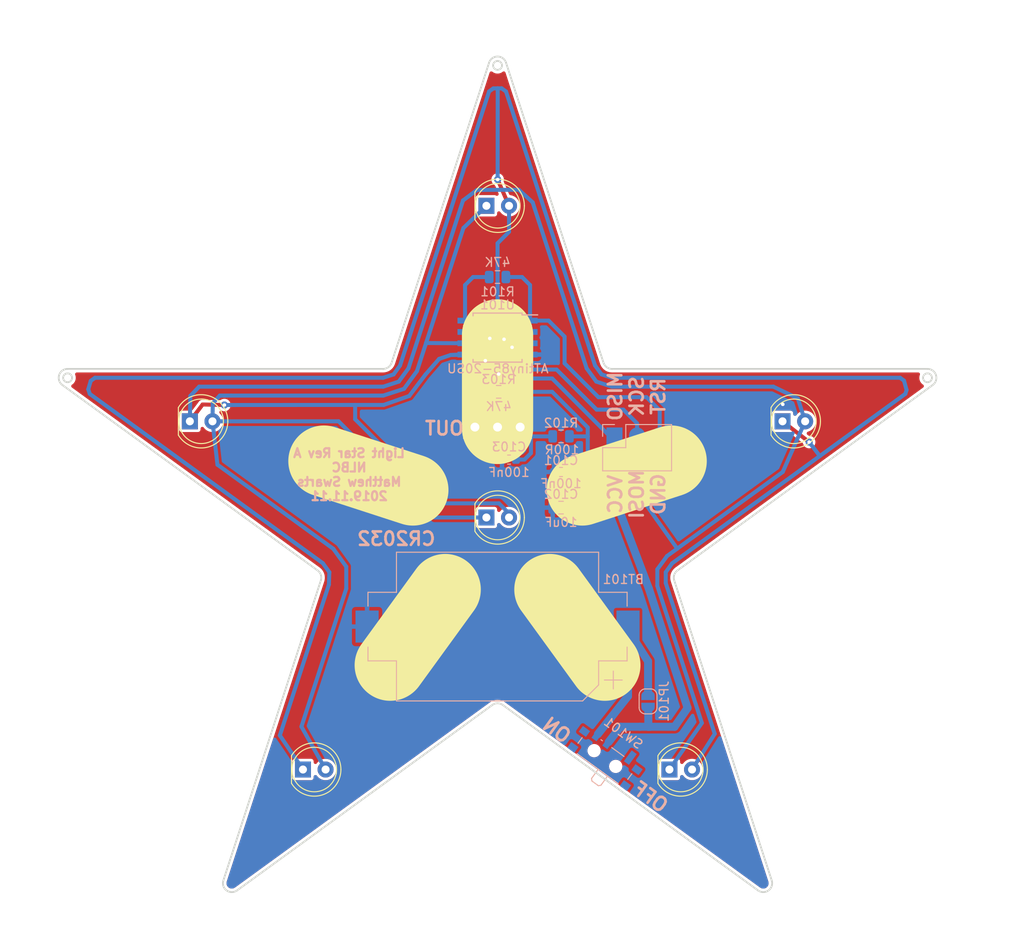
<source format=kicad_pcb>
(kicad_pcb (version 20171130) (host pcbnew "(5.1.2)-2")

  (general
    (thickness 1.6)
    (drawings 136)
    (tracks 226)
    (zones 0)
    (modules 18)
    (nets 10)
  )

  (page A4)
  (layers
    (0 F.Cu signal)
    (31 B.Cu signal)
    (32 B.Adhes user)
    (33 F.Adhes user)
    (34 B.Paste user)
    (35 F.Paste user)
    (36 B.SilkS user)
    (37 F.SilkS user hide)
    (38 B.Mask user)
    (39 F.Mask user)
    (40 Dwgs.User user)
    (41 Cmts.User user)
    (42 Eco1.User user)
    (43 Eco2.User user)
    (44 Edge.Cuts user)
    (45 Margin user)
    (46 B.CrtYd user)
    (47 F.CrtYd user)
    (48 B.Fab user)
    (49 F.Fab user)
  )

  (setup
    (last_trace_width 0.25)
    (user_trace_width 0.45)
    (user_trace_width 0.9)
    (trace_clearance 0.2)
    (zone_clearance 0.3)
    (zone_45_only no)
    (trace_min 0.2)
    (via_size 0.8)
    (via_drill 0.4)
    (via_min_size 0.4)
    (via_min_drill 0.3)
    (uvia_size 0.3)
    (uvia_drill 0.1)
    (uvias_allowed no)
    (uvia_min_size 0.2)
    (uvia_min_drill 0.1)
    (edge_width 0.05)
    (segment_width 0.2)
    (pcb_text_width 0.3)
    (pcb_text_size 1.5 1.5)
    (mod_edge_width 0.12)
    (mod_text_size 1 1)
    (mod_text_width 0.15)
    (pad_size 2 2)
    (pad_drill 0)
    (pad_to_mask_clearance 0.051)
    (solder_mask_min_width 0.25)
    (aux_axis_origin 0 0)
    (grid_origin 182.63 95.89)
    (visible_elements 7FFFFFFF)
    (pcbplotparams
      (layerselection 0x010fc_ffffffff)
      (usegerberextensions false)
      (usegerberattributes false)
      (usegerberadvancedattributes false)
      (creategerberjobfile false)
      (excludeedgelayer true)
      (linewidth 0.050000)
      (plotframeref false)
      (viasonmask false)
      (mode 1)
      (useauxorigin false)
      (hpglpennumber 1)
      (hpglpenspeed 20)
      (hpglpendiameter 15.000000)
      (psnegative false)
      (psa4output false)
      (plotreference true)
      (plotvalue true)
      (plotinvisibletext false)
      (padsonsilk false)
      (subtractmaskfromsilk true)
      (outputformat 1)
      (mirror false)
      (drillshape 0)
      (scaleselection 1)
      (outputdirectory "gerbers/"))
  )

  (net 0 "")
  (net 1 VCC)
  (net 2 GND)
  (net 3 MOSI)
  (net 4 RST)
  (net 5 VBAT)
  (net 6 "Net-(C103-Pad1)")
  (net 7 MISO)
  (net 8 PB3)
  (net 9 IR)

  (net_class Default "This is the default net class."
    (clearance 0.2)
    (trace_width 0.25)
    (via_dia 0.8)
    (via_drill 0.4)
    (uvia_dia 0.3)
    (uvia_drill 0.1)
    (add_net GND)
    (add_net IR)
    (add_net MISO)
    (add_net MOSI)
    (add_net "Net-(C103-Pad1)")
    (add_net PB3)
    (add_net RST)
    (add_net VBAT)
    (add_net VCC)
  )

  (module Battery:BatteryHolder_Keystone_1060_1x2032 (layer B.Cu) (tedit 5B98EF5E) (tstamp 5DCA52D0)
    (at 148.5 121.25 180)
    (descr http://www.keyelco.com/product-pdf.cfm?p=726)
    (tags "CR2032 BR2032 BatteryHolder Battery")
    (path /5DC21EFF)
    (attr smd)
    (fp_text reference BT101 (at -14.125 5.3) (layer B.SilkS)
      (effects (font (size 1 1) (thickness 0.15)) (justify mirror))
    )
    (fp_text value Battery_Cell (at 0 11.75) (layer B.Fab)
      (effects (font (size 1 1) (thickness 0.15)) (justify mirror))
    )
    (fp_circle (center 0 0) (end -10.2 0) (layer Dwgs.User) (width 0.3))
    (fp_line (start 11 -8) (end -9.4 -8) (layer B.Fab) (width 0.1))
    (fp_line (start 11 8) (end -11 8) (layer B.Fab) (width 0.1))
    (fp_line (start 11 -8) (end 11 -3.5) (layer B.Fab) (width 0.1))
    (fp_line (start 11 8) (end 11 3.5) (layer B.Fab) (width 0.1))
    (fp_line (start -11 8) (end -11 3.5) (layer B.Fab) (width 0.1))
    (fp_line (start -11 -6.4) (end -11 -3.5) (layer B.Fab) (width 0.1))
    (fp_line (start -11 -3.5) (end -14.2 -3.5) (layer B.Fab) (width 0.1))
    (fp_line (start -14.2 -3.5) (end -14.2 3.5) (layer B.Fab) (width 0.1))
    (fp_line (start -14.2 3.5) (end -11 3.5) (layer B.Fab) (width 0.1))
    (fp_line (start 11 -3.5) (end 14.2 -3.5) (layer B.Fab) (width 0.1))
    (fp_line (start 14.2 -3.5) (end 14.2 3.5) (layer B.Fab) (width 0.1))
    (fp_line (start 14.2 3.5) (end 11 3.5) (layer B.Fab) (width 0.1))
    (fp_line (start -9.4 -8) (end -11 -6.4) (layer B.Fab) (width 0.1))
    (fp_line (start 11.35 -3.85) (end 14.55 -3.85) (layer B.SilkS) (width 0.12))
    (fp_line (start 14.55 -3.85) (end 14.55 -2.3) (layer B.SilkS) (width 0.12))
    (fp_line (start 11.35 -8.35) (end 11.35 -3.85) (layer B.SilkS) (width 0.12))
    (fp_line (start 11.35 -8.35) (end -9.55 -8.35) (layer B.SilkS) (width 0.12))
    (fp_line (start -11.35 -6.55) (end -11.35 -3.85) (layer B.SilkS) (width 0.12))
    (fp_line (start -9.55 -8.35) (end -11.35 -6.55) (layer B.SilkS) (width 0.12))
    (fp_line (start -11.35 -3.85) (end -14.55 -3.85) (layer B.SilkS) (width 0.12))
    (fp_line (start -14.55 -3.85) (end -14.55 -2.3) (layer B.SilkS) (width 0.12))
    (fp_line (start -11.35 3.85) (end -14.55 3.85) (layer B.SilkS) (width 0.12))
    (fp_line (start -14.55 3.85) (end -14.55 2.3) (layer B.SilkS) (width 0.12))
    (fp_line (start 11.35 3.85) (end 14.55 3.85) (layer B.SilkS) (width 0.12))
    (fp_line (start 14.55 3.85) (end 14.55 2.3) (layer B.SilkS) (width 0.12))
    (fp_line (start -11.35 8.35) (end 11.35 8.35) (layer B.SilkS) (width 0.12))
    (fp_line (start -11.35 8.35) (end -11.35 3.85) (layer B.SilkS) (width 0.12))
    (fp_line (start 11.35 8.35) (end 11.35 3.85) (layer B.SilkS) (width 0.12))
    (fp_arc (start 0 0) (end -6.5 -8.5) (angle 74.81070976) (layer B.CrtYd) (width 0.05))
    (fp_line (start 11.5 -8.5) (end 6.5 -8.5) (layer B.CrtYd) (width 0.05))
    (fp_line (start -6.5 -8.5) (end -11.5 -8.5) (layer B.CrtYd) (width 0.05))
    (fp_line (start -11.5 -4) (end -11.5 -8.5) (layer B.CrtYd) (width 0.05))
    (fp_line (start -14.7 -4) (end -11.5 -4) (layer B.CrtYd) (width 0.05))
    (fp_line (start -14.7 -4) (end -14.7 -2.3) (layer B.CrtYd) (width 0.05))
    (fp_line (start -14.7 -2.3) (end -16.45 -2.3) (layer B.CrtYd) (width 0.05))
    (fp_line (start -16.45 -2.3) (end -16.45 2.3) (layer B.CrtYd) (width 0.05))
    (fp_line (start -14.7 2.3) (end -16.45 2.3) (layer B.CrtYd) (width 0.05))
    (fp_line (start -14.7 2.3) (end -14.7 4) (layer B.CrtYd) (width 0.05))
    (fp_line (start -14.7 4) (end -11.5 4) (layer B.CrtYd) (width 0.05))
    (fp_line (start -11.5 4) (end -11.5 8.5) (layer B.CrtYd) (width 0.05))
    (fp_line (start -11.5 8.5) (end -6.5 8.5) (layer B.CrtYd) (width 0.05))
    (fp_line (start 11.5 8.5) (end 11.5 4) (layer B.CrtYd) (width 0.05))
    (fp_line (start 11.5 4) (end 14.7 4) (layer B.CrtYd) (width 0.05))
    (fp_line (start 14.7 4) (end 14.7 2.3) (layer B.CrtYd) (width 0.05))
    (fp_line (start 14.7 2.3) (end 16.45 2.3) (layer B.CrtYd) (width 0.05))
    (fp_line (start 16.45 2.3) (end 16.45 -2.3) (layer B.CrtYd) (width 0.05))
    (fp_line (start 16.45 -2.3) (end 14.7 -2.3) (layer B.CrtYd) (width 0.05))
    (fp_line (start 14.7 -2.3) (end 14.7 -4) (layer B.CrtYd) (width 0.05))
    (fp_line (start 14.7 -4) (end 11.5 -4) (layer B.CrtYd) (width 0.05))
    (fp_line (start 11.5 -4) (end 11.5 -8.5) (layer B.CrtYd) (width 0.05))
    (fp_arc (start 0 0) (end 6.5 8.5) (angle 74.81070976) (layer B.CrtYd) (width 0.05))
    (fp_line (start 11.5 8.5) (end 6.5 8.5) (layer B.CrtYd) (width 0.05))
    (fp_text user %R (at 0 0) (layer B.Fab)
      (effects (font (size 1 1) (thickness 0.15)) (justify mirror))
    )
    (fp_line (start -13 -5) (end -13 -7) (layer B.SilkS) (width 0.12))
    (fp_line (start -12 -6) (end -14 -6) (layer B.SilkS) (width 0.12))
    (pad 2 smd rect (at 14.65 0) (size 2.6 3.6) (layers B.Cu B.Paste B.Mask)
      (net 2 GND))
    (pad 1 smd rect (at -14.65 0) (size 2.6 3.6) (layers B.Cu B.Paste B.Mask)
      (net 5 VBAT))
    (model ${KISYS3DMOD}/Battery.3dshapes/BatteryHolder_Keystone_1060_1x2032.wrl
      (at (xyz 0 0 0))
      (scale (xyz 1 1 1))
      (rotate (xyz 0 0 0))
    )
  )

  (module Connector_PinHeader_2.54mm:PinHeader_2x03_P2.54mm_Vertical (layer B.Cu) (tedit 5DCA1C67) (tstamp 5DBF1E07)
    (at 161.63 99.89 270)
    (descr "Through hole straight pin header, 2x03, 2.54mm pitch, double rows")
    (tags "Through hole pin header THT 2x03 2.54mm double row")
    (path /5DC224FB)
    (fp_text reference J101 (at 1.27 2.33 90) (layer B.SilkS) hide
      (effects (font (size 1 1) (thickness 0.15)) (justify mirror))
    )
    (fp_text value Conn_02x03_Odd_Even (at 1.27 -7.41 90) (layer B.Fab)
      (effects (font (size 1 1) (thickness 0.15)) (justify mirror))
    )
    (fp_line (start 0 1.27) (end 3.81 1.27) (layer B.Fab) (width 0.1))
    (fp_line (start 3.81 1.27) (end 3.81 -6.35) (layer B.Fab) (width 0.1))
    (fp_line (start 3.81 -6.35) (end -1.27 -6.35) (layer B.Fab) (width 0.1))
    (fp_line (start -1.27 -6.35) (end -1.27 0) (layer B.Fab) (width 0.1))
    (fp_line (start -1.27 0) (end 0 1.27) (layer B.Fab) (width 0.1))
    (fp_line (start -1.33 -6.41) (end 3.87 -6.41) (layer B.SilkS) (width 0.12))
    (fp_line (start -1.33 -1.27) (end -1.33 -6.41) (layer B.SilkS) (width 0.12))
    (fp_line (start 3.87 1.33) (end 3.87 -6.41) (layer B.SilkS) (width 0.12))
    (fp_line (start -1.33 -1.27) (end 1.27 -1.27) (layer B.SilkS) (width 0.12))
    (fp_line (start 1.27 -1.27) (end 1.27 1.33) (layer B.SilkS) (width 0.12))
    (fp_line (start 1.27 1.33) (end 3.87 1.33) (layer B.SilkS) (width 0.12))
    (fp_line (start -1.33 0) (end -1.33 1.33) (layer B.SilkS) (width 0.12))
    (fp_line (start -1.33 1.33) (end 0 1.33) (layer B.SilkS) (width 0.12))
    (fp_line (start -1.8 1.8) (end -1.8 -6.85) (layer B.CrtYd) (width 0.05))
    (fp_line (start -1.8 -6.85) (end 4.35 -6.85) (layer B.CrtYd) (width 0.05))
    (fp_line (start 4.35 -6.85) (end 4.35 1.8) (layer B.CrtYd) (width 0.05))
    (fp_line (start 4.35 1.8) (end -1.8 1.8) (layer B.CrtYd) (width 0.05))
    (fp_text user %R (at 1.27 -2.54 180) (layer B.Fab)
      (effects (font (size 1 1) (thickness 0.15)) (justify mirror))
    )
    (pad 1 smd rect (at 0 0 270) (size 2 1.8) (layers B.Cu B.Paste B.Mask)
      (net 7 MISO))
    (pad 2 smd oval (at 2.54 0 270) (size 2 2) (layers B.Cu B.Paste B.Mask)
      (net 1 VCC))
    (pad 3 smd oval (at 0 -2.54 270) (size 2 1.8) (layers B.Cu B.Paste B.Mask)
      (net 9 IR))
    (pad 4 smd oval (at 2.54 -2.54 270) (size 2 2) (layers B.Cu B.Paste B.Mask)
      (net 3 MOSI))
    (pad 5 smd oval (at 0 -5.08 270) (size 2 2) (layers B.Cu B.Paste B.Mask)
      (net 4 RST))
    (pad 6 smd oval (at 2.54 -5.08 270) (size 2 2) (layers B.Cu B.Paste B.Mask)
      (net 2 GND))
    (model ${KISYS3DMOD}/Connector_PinHeader_2.54mm.3dshapes/PinHeader_2x03_P2.54mm_Vertical.wrl
      (at (xyz 0 0 0))
      (scale (xyz 1 1 1))
      (rotate (xyz 0 0 0))
    )
  )

  (module Capacitor_SMD:C_0603_1608Metric (layer B.Cu) (tedit 5DCA21CD) (tstamp 5DCA52E1)
    (at 155.63 103.89 180)
    (descr "Capacitor SMD 0603 (1608 Metric), square (rectangular) end terminal, IPC_7351 nominal, (Body size source: http://www.tortai-tech.com/upload/download/2011102023233369053.pdf), generated with kicad-footprint-generator")
    (tags capacitor)
    (path /5DC236FD)
    (attr smd)
    (fp_text reference C101 (at 0 1.3 180) (layer B.SilkS)
      (effects (font (size 1 1) (thickness 0.15)) (justify mirror))
    )
    (fp_text value 100nF (at 0 -1.3 180) (layer B.SilkS)
      (effects (font (size 1 1) (thickness 0.15)) (justify mirror))
    )
    (fp_text user %R (at 0 0 180) (layer B.Fab)
      (effects (font (size 0.4 0.4) (thickness 0.06)) (justify mirror))
    )
    (fp_line (start 1.48 -0.73) (end -1.48 -0.73) (layer B.CrtYd) (width 0.05))
    (fp_line (start 1.48 0.73) (end 1.48 -0.73) (layer B.CrtYd) (width 0.05))
    (fp_line (start -1.48 0.73) (end 1.48 0.73) (layer B.CrtYd) (width 0.05))
    (fp_line (start -1.48 -0.73) (end -1.48 0.73) (layer B.CrtYd) (width 0.05))
    (fp_line (start -0.162779 -0.51) (end 0.162779 -0.51) (layer B.SilkS) (width 0.12))
    (fp_line (start -0.162779 0.51) (end 0.162779 0.51) (layer B.SilkS) (width 0.12))
    (fp_line (start 0.8 -0.4) (end -0.8 -0.4) (layer B.Fab) (width 0.1))
    (fp_line (start 0.8 0.4) (end 0.8 -0.4) (layer B.Fab) (width 0.1))
    (fp_line (start -0.8 0.4) (end 0.8 0.4) (layer B.Fab) (width 0.1))
    (fp_line (start -0.8 -0.4) (end -0.8 0.4) (layer B.Fab) (width 0.1))
    (pad 2 smd roundrect (at 0.7875 0 180) (size 0.875 0.95) (layers B.Cu B.Paste B.Mask) (roundrect_rratio 0.25)
      (net 2 GND))
    (pad 1 smd roundrect (at -0.7875 0 180) (size 0.875 0.95) (layers B.Cu B.Paste B.Mask) (roundrect_rratio 0.25)
      (net 1 VCC))
    (model ${KISYS3DMOD}/Capacitor_SMD.3dshapes/C_0603_1608Metric.wrl
      (at (xyz 0 0 0))
      (scale (xyz 1 1 1))
      (rotate (xyz 0 0 0))
    )
  )

  (module Capacitor_SMD:C_0805_2012Metric (layer B.Cu) (tedit 5DCA21CF) (tstamp 5DCA52F2)
    (at 155.63 107.89 180)
    (descr "Capacitor SMD 0805 (2012 Metric), square (rectangular) end terminal, IPC_7351 nominal, (Body size source: https://docs.google.com/spreadsheets/d/1BsfQQcO9C6DZCsRaXUlFlo91Tg2WpOkGARC1WS5S8t0/edit?usp=sharing), generated with kicad-footprint-generator")
    (tags capacitor)
    (path /5DCACBAD)
    (attr smd)
    (fp_text reference C102 (at 0 1.5) (layer B.SilkS)
      (effects (font (size 1 1) (thickness 0.15)) (justify mirror))
    )
    (fp_text value 10uF (at 0 -1.65) (layer B.SilkS)
      (effects (font (size 1 1) (thickness 0.15)) (justify mirror))
    )
    (fp_line (start -1 -0.6) (end -1 0.6) (layer B.Fab) (width 0.1))
    (fp_line (start -1 0.6) (end 1 0.6) (layer B.Fab) (width 0.1))
    (fp_line (start 1 0.6) (end 1 -0.6) (layer B.Fab) (width 0.1))
    (fp_line (start 1 -0.6) (end -1 -0.6) (layer B.Fab) (width 0.1))
    (fp_line (start -0.258578 0.71) (end 0.258578 0.71) (layer B.SilkS) (width 0.12))
    (fp_line (start -0.258578 -0.71) (end 0.258578 -0.71) (layer B.SilkS) (width 0.12))
    (fp_line (start -1.68 -0.95) (end -1.68 0.95) (layer B.CrtYd) (width 0.05))
    (fp_line (start -1.68 0.95) (end 1.68 0.95) (layer B.CrtYd) (width 0.05))
    (fp_line (start 1.68 0.95) (end 1.68 -0.95) (layer B.CrtYd) (width 0.05))
    (fp_line (start 1.68 -0.95) (end -1.68 -0.95) (layer B.CrtYd) (width 0.05))
    (fp_text user %R (at 0 0) (layer B.Fab)
      (effects (font (size 0.5 0.5) (thickness 0.08)) (justify mirror))
    )
    (pad 1 smd roundrect (at -0.9375 0 180) (size 0.975 1.4) (layers B.Cu B.Paste B.Mask) (roundrect_rratio 0.25)
      (net 1 VCC))
    (pad 2 smd roundrect (at 0.9375 0 180) (size 0.975 1.4) (layers B.Cu B.Paste B.Mask) (roundrect_rratio 0.25)
      (net 2 GND))
    (model ${KISYS3DMOD}/Capacitor_SMD.3dshapes/C_0805_2012Metric.wrl
      (at (xyz 0 0 0))
      (scale (xyz 1 1 1))
      (rotate (xyz 0 0 0))
    )
  )

  (module Capacitor_SMD:C_0603_1608Metric (layer B.Cu) (tedit 5B301BBE) (tstamp 5DCA5303)
    (at 149.787501 102.5 180)
    (descr "Capacitor SMD 0603 (1608 Metric), square (rectangular) end terminal, IPC_7351 nominal, (Body size source: http://www.tortai-tech.com/upload/download/2011102023233369053.pdf), generated with kicad-footprint-generator")
    (tags capacitor)
    (path /5DCAEA2E)
    (attr smd)
    (fp_text reference C103 (at 0 1.43) (layer B.SilkS)
      (effects (font (size 1 1) (thickness 0.15)) (justify mirror))
    )
    (fp_text value 100nF (at 0 -1.43) (layer B.SilkS)
      (effects (font (size 1 1) (thickness 0.15)) (justify mirror))
    )
    (fp_line (start -0.8 -0.4) (end -0.8 0.4) (layer B.Fab) (width 0.1))
    (fp_line (start -0.8 0.4) (end 0.8 0.4) (layer B.Fab) (width 0.1))
    (fp_line (start 0.8 0.4) (end 0.8 -0.4) (layer B.Fab) (width 0.1))
    (fp_line (start 0.8 -0.4) (end -0.8 -0.4) (layer B.Fab) (width 0.1))
    (fp_line (start -0.162779 0.51) (end 0.162779 0.51) (layer B.SilkS) (width 0.12))
    (fp_line (start -0.162779 -0.51) (end 0.162779 -0.51) (layer B.SilkS) (width 0.12))
    (fp_line (start -1.48 -0.73) (end -1.48 0.73) (layer B.CrtYd) (width 0.05))
    (fp_line (start -1.48 0.73) (end 1.48 0.73) (layer B.CrtYd) (width 0.05))
    (fp_line (start 1.48 0.73) (end 1.48 -0.73) (layer B.CrtYd) (width 0.05))
    (fp_line (start 1.48 -0.73) (end -1.48 -0.73) (layer B.CrtYd) (width 0.05))
    (fp_text user %R (at 0 0) (layer B.Fab)
      (effects (font (size 0.4 0.4) (thickness 0.06)) (justify mirror))
    )
    (pad 1 smd roundrect (at -0.7875 0 180) (size 0.875 0.95) (layers B.Cu B.Paste B.Mask) (roundrect_rratio 0.25)
      (net 6 "Net-(C103-Pad1)"))
    (pad 2 smd roundrect (at 0.7875 0 180) (size 0.875 0.95) (layers B.Cu B.Paste B.Mask) (roundrect_rratio 0.25)
      (net 2 GND))
    (model ${KISYS3DMOD}/Capacitor_SMD.3dshapes/C_0603_1608Metric.wrl
      (at (xyz 0 0 0))
      (scale (xyz 1 1 1))
      (rotate (xyz 0 0 0))
    )
  )

  (module LED_THT:LED_D5.0mm (layer F.Cu) (tedit 5995936A) (tstamp 5DCA5315)
    (at 147.25 109)
    (descr "LED, diameter 5.0mm, 2 pins, http://cdn-reichelt.de/documents/datenblatt/A500/LL-504BC2E-009.pdf")
    (tags "LED diameter 5.0mm 2 pins")
    (path /5DCA0B06)
    (fp_text reference D101 (at 1.27 -3.96) (layer F.SilkS) hide
      (effects (font (size 1 1) (thickness 0.15)))
    )
    (fp_text value LED (at 1.27 3.96) (layer F.Fab)
      (effects (font (size 1 1) (thickness 0.15)))
    )
    (fp_arc (start 1.27 0) (end -1.23 -1.469694) (angle 299.1) (layer F.Fab) (width 0.1))
    (fp_arc (start 1.27 0) (end -1.29 -1.54483) (angle 148.9) (layer F.SilkS) (width 0.12))
    (fp_arc (start 1.27 0) (end -1.29 1.54483) (angle -148.9) (layer F.SilkS) (width 0.12))
    (fp_circle (center 1.27 0) (end 3.77 0) (layer F.Fab) (width 0.1))
    (fp_circle (center 1.27 0) (end 3.77 0) (layer F.SilkS) (width 0.12))
    (fp_line (start -1.23 -1.469694) (end -1.23 1.469694) (layer F.Fab) (width 0.1))
    (fp_line (start -1.29 -1.545) (end -1.29 1.545) (layer F.SilkS) (width 0.12))
    (fp_line (start -1.95 -3.25) (end -1.95 3.25) (layer F.CrtYd) (width 0.05))
    (fp_line (start -1.95 3.25) (end 4.5 3.25) (layer F.CrtYd) (width 0.05))
    (fp_line (start 4.5 3.25) (end 4.5 -3.25) (layer F.CrtYd) (width 0.05))
    (fp_line (start 4.5 -3.25) (end -1.95 -3.25) (layer F.CrtYd) (width 0.05))
    (fp_text user %R (at 1.25 0) (layer F.Fab)
      (effects (font (size 0.8 0.8) (thickness 0.2)))
    )
    (pad 1 thru_hole rect (at 0 0) (size 1.8 1.8) (drill 0.9) (layers *.Cu *.Mask)
      (net 7 MISO))
    (pad 2 thru_hole circle (at 2.54 0) (size 1.8 1.8) (drill 0.9) (layers *.Cu *.Mask)
      (net 3 MOSI))
    (model ${KISYS3DMOD}/LED_THT.3dshapes/LED_D5.0mm.wrl
      (at (xyz 0 0 0))
      (scale (xyz 1 1 1))
      (rotate (xyz 0 0 0))
    )
  )

  (module LED_THT:LED_D5.0mm (layer F.Cu) (tedit 5995936A) (tstamp 5DCA5327)
    (at 126.65 137.3)
    (descr "LED, diameter 5.0mm, 2 pins, http://cdn-reichelt.de/documents/datenblatt/A500/LL-504BC2E-009.pdf")
    (tags "LED diameter 5.0mm 2 pins")
    (path /5DCA1260)
    (fp_text reference D102 (at 1.27 -3.96) (layer F.SilkS) hide
      (effects (font (size 1 1) (thickness 0.15)))
    )
    (fp_text value LED (at 1.27 3.96) (layer F.Fab)
      (effects (font (size 1 1) (thickness 0.15)))
    )
    (fp_text user %R (at 1.25 0) (layer F.Fab)
      (effects (font (size 0.8 0.8) (thickness 0.2)))
    )
    (fp_line (start 4.5 -3.25) (end -1.95 -3.25) (layer F.CrtYd) (width 0.05))
    (fp_line (start 4.5 3.25) (end 4.5 -3.25) (layer F.CrtYd) (width 0.05))
    (fp_line (start -1.95 3.25) (end 4.5 3.25) (layer F.CrtYd) (width 0.05))
    (fp_line (start -1.95 -3.25) (end -1.95 3.25) (layer F.CrtYd) (width 0.05))
    (fp_line (start -1.29 -1.545) (end -1.29 1.545) (layer F.SilkS) (width 0.12))
    (fp_line (start -1.23 -1.469694) (end -1.23 1.469694) (layer F.Fab) (width 0.1))
    (fp_circle (center 1.27 0) (end 3.77 0) (layer F.SilkS) (width 0.12))
    (fp_circle (center 1.27 0) (end 3.77 0) (layer F.Fab) (width 0.1))
    (fp_arc (start 1.27 0) (end -1.29 1.54483) (angle -148.9) (layer F.SilkS) (width 0.12))
    (fp_arc (start 1.27 0) (end -1.29 -1.54483) (angle 148.9) (layer F.SilkS) (width 0.12))
    (fp_arc (start 1.27 0) (end -1.23 -1.469694) (angle 299.1) (layer F.Fab) (width 0.1))
    (pad 2 thru_hole circle (at 2.54 0) (size 1.8 1.8) (drill 0.9) (layers *.Cu *.Mask)
      (net 7 MISO))
    (pad 1 thru_hole rect (at 0 0) (size 1.8 1.8) (drill 0.9) (layers *.Cu *.Mask)
      (net 8 PB3))
    (model ${KISYS3DMOD}/LED_THT.3dshapes/LED_D5.0mm.wrl
      (at (xyz 0 0 0))
      (scale (xyz 1 1 1))
      (rotate (xyz 0 0 0))
    )
  )

  (module LED_THT:LED_D5.0mm (layer F.Cu) (tedit 5995936A) (tstamp 5DCA5339)
    (at 113.95 98.2)
    (descr "LED, diameter 5.0mm, 2 pins, http://cdn-reichelt.de/documents/datenblatt/A500/LL-504BC2E-009.pdf")
    (tags "LED diameter 5.0mm 2 pins")
    (path /5DCA1628)
    (fp_text reference D103 (at 1.27 -3.96) (layer F.SilkS) hide
      (effects (font (size 1 1) (thickness 0.15)))
    )
    (fp_text value LED (at 1.27 3.96) (layer F.Fab)
      (effects (font (size 1 1) (thickness 0.15)))
    )
    (fp_arc (start 1.27 0) (end -1.23 -1.469694) (angle 299.1) (layer F.Fab) (width 0.1))
    (fp_arc (start 1.27 0) (end -1.29 -1.54483) (angle 148.9) (layer F.SilkS) (width 0.12))
    (fp_arc (start 1.27 0) (end -1.29 1.54483) (angle -148.9) (layer F.SilkS) (width 0.12))
    (fp_circle (center 1.27 0) (end 3.77 0) (layer F.Fab) (width 0.1))
    (fp_circle (center 1.27 0) (end 3.77 0) (layer F.SilkS) (width 0.12))
    (fp_line (start -1.23 -1.469694) (end -1.23 1.469694) (layer F.Fab) (width 0.1))
    (fp_line (start -1.29 -1.545) (end -1.29 1.545) (layer F.SilkS) (width 0.12))
    (fp_line (start -1.95 -3.25) (end -1.95 3.25) (layer F.CrtYd) (width 0.05))
    (fp_line (start -1.95 3.25) (end 4.5 3.25) (layer F.CrtYd) (width 0.05))
    (fp_line (start 4.5 3.25) (end 4.5 -3.25) (layer F.CrtYd) (width 0.05))
    (fp_line (start 4.5 -3.25) (end -1.95 -3.25) (layer F.CrtYd) (width 0.05))
    (fp_text user %R (at 1.25 0) (layer F.Fab)
      (effects (font (size 0.8 0.8) (thickness 0.2)))
    )
    (pad 1 thru_hole rect (at 0 0) (size 1.8 1.8) (drill 0.9) (layers *.Cu *.Mask)
      (net 3 MOSI))
    (pad 2 thru_hole circle (at 2.54 0) (size 1.8 1.8) (drill 0.9) (layers *.Cu *.Mask)
      (net 7 MISO))
    (model ${KISYS3DMOD}/LED_THT.3dshapes/LED_D5.0mm.wrl
      (at (xyz 0 0 0))
      (scale (xyz 1 1 1))
      (rotate (xyz 0 0 0))
    )
  )

  (module LED_THT:LED_D5.0mm (layer F.Cu) (tedit 5995936A) (tstamp 5DCA534B)
    (at 147.25 74)
    (descr "LED, diameter 5.0mm, 2 pins, http://cdn-reichelt.de/documents/datenblatt/A500/LL-504BC2E-009.pdf")
    (tags "LED diameter 5.0mm 2 pins")
    (path /5DCA1A18)
    (fp_text reference D104 (at 1.27 -3.96) (layer F.SilkS) hide
      (effects (font (size 1 1) (thickness 0.15)))
    )
    (fp_text value LED (at 1.27 3.96) (layer F.Fab)
      (effects (font (size 1 1) (thickness 0.15)))
    )
    (fp_text user %R (at 1.25 0) (layer F.Fab)
      (effects (font (size 0.8 0.8) (thickness 0.2)))
    )
    (fp_line (start 4.5 -3.25) (end -1.95 -3.25) (layer F.CrtYd) (width 0.05))
    (fp_line (start 4.5 3.25) (end 4.5 -3.25) (layer F.CrtYd) (width 0.05))
    (fp_line (start -1.95 3.25) (end 4.5 3.25) (layer F.CrtYd) (width 0.05))
    (fp_line (start -1.95 -3.25) (end -1.95 3.25) (layer F.CrtYd) (width 0.05))
    (fp_line (start -1.29 -1.545) (end -1.29 1.545) (layer F.SilkS) (width 0.12))
    (fp_line (start -1.23 -1.469694) (end -1.23 1.469694) (layer F.Fab) (width 0.1))
    (fp_circle (center 1.27 0) (end 3.77 0) (layer F.SilkS) (width 0.12))
    (fp_circle (center 1.27 0) (end 3.77 0) (layer F.Fab) (width 0.1))
    (fp_arc (start 1.27 0) (end -1.29 1.54483) (angle -148.9) (layer F.SilkS) (width 0.12))
    (fp_arc (start 1.27 0) (end -1.29 -1.54483) (angle 148.9) (layer F.SilkS) (width 0.12))
    (fp_arc (start 1.27 0) (end -1.23 -1.469694) (angle 299.1) (layer F.Fab) (width 0.1))
    (pad 2 thru_hole circle (at 2.54 0) (size 1.8 1.8) (drill 0.9) (layers *.Cu *.Mask)
      (net 8 PB3))
    (pad 1 thru_hole rect (at 0 0) (size 1.8 1.8) (drill 0.9) (layers *.Cu *.Mask)
      (net 7 MISO))
    (model ${KISYS3DMOD}/LED_THT.3dshapes/LED_D5.0mm.wrl
      (at (xyz 0 0 0))
      (scale (xyz 1 1 1))
      (rotate (xyz 0 0 0))
    )
  )

  (module LED_THT:LED_D5.0mm (layer F.Cu) (tedit 5995936A) (tstamp 5DCA585C)
    (at 180.5 98.2)
    (descr "LED, diameter 5.0mm, 2 pins, http://cdn-reichelt.de/documents/datenblatt/A500/LL-504BC2E-009.pdf")
    (tags "LED diameter 5.0mm 2 pins")
    (path /5DCA1E37)
    (fp_text reference D105 (at 1.27 -3.96) (layer F.SilkS) hide
      (effects (font (size 1 1) (thickness 0.15)))
    )
    (fp_text value LED (at 1.27 3.96) (layer F.Fab)
      (effects (font (size 1 1) (thickness 0.15)))
    )
    (fp_arc (start 1.27 0) (end -1.23 -1.469694) (angle 299.1) (layer F.Fab) (width 0.1))
    (fp_arc (start 1.27 0) (end -1.29 -1.54483) (angle 148.9) (layer F.SilkS) (width 0.12))
    (fp_arc (start 1.27 0) (end -1.29 1.54483) (angle -148.9) (layer F.SilkS) (width 0.12))
    (fp_circle (center 1.27 0) (end 3.77 0) (layer F.Fab) (width 0.1))
    (fp_circle (center 1.27 0) (end 3.77 0) (layer F.SilkS) (width 0.12))
    (fp_line (start -1.23 -1.469694) (end -1.23 1.469694) (layer F.Fab) (width 0.1))
    (fp_line (start -1.29 -1.545) (end -1.29 1.545) (layer F.SilkS) (width 0.12))
    (fp_line (start -1.95 -3.25) (end -1.95 3.25) (layer F.CrtYd) (width 0.05))
    (fp_line (start -1.95 3.25) (end 4.5 3.25) (layer F.CrtYd) (width 0.05))
    (fp_line (start 4.5 3.25) (end 4.5 -3.25) (layer F.CrtYd) (width 0.05))
    (fp_line (start 4.5 -3.25) (end -1.95 -3.25) (layer F.CrtYd) (width 0.05))
    (fp_text user %R (at 1.25 0) (layer F.Fab)
      (effects (font (size 0.8 0.8) (thickness 0.2)))
    )
    (pad 1 thru_hole rect (at 0 0) (size 1.8 1.8) (drill 0.9) (layers *.Cu *.Mask)
      (net 8 PB3))
    (pad 2 thru_hole circle (at 2.54 0) (size 1.8 1.8) (drill 0.9) (layers *.Cu *.Mask)
      (net 3 MOSI))
    (model ${KISYS3DMOD}/LED_THT.3dshapes/LED_D5.0mm.wrl
      (at (xyz 0 0 0))
      (scale (xyz 1 1 1))
      (rotate (xyz 0 0 0))
    )
  )

  (module LED_THT:LED_D5.0mm (layer F.Cu) (tedit 5995936A) (tstamp 5DCA536F)
    (at 167.8 137.3)
    (descr "LED, diameter 5.0mm, 2 pins, http://cdn-reichelt.de/documents/datenblatt/A500/LL-504BC2E-009.pdf")
    (tags "LED diameter 5.0mm 2 pins")
    (path /5DCA688D)
    (fp_text reference D106 (at 1.27 -3.96) (layer F.SilkS) hide
      (effects (font (size 1 1) (thickness 0.15)))
    )
    (fp_text value LED (at 1.27 3.96) (layer F.Fab)
      (effects (font (size 1 1) (thickness 0.15)))
    )
    (fp_text user %R (at 1.25 0) (layer F.Fab)
      (effects (font (size 0.8 0.8) (thickness 0.2)))
    )
    (fp_line (start 4.5 -3.25) (end -1.95 -3.25) (layer F.CrtYd) (width 0.05))
    (fp_line (start 4.5 3.25) (end 4.5 -3.25) (layer F.CrtYd) (width 0.05))
    (fp_line (start -1.95 3.25) (end 4.5 3.25) (layer F.CrtYd) (width 0.05))
    (fp_line (start -1.95 -3.25) (end -1.95 3.25) (layer F.CrtYd) (width 0.05))
    (fp_line (start -1.29 -1.545) (end -1.29 1.545) (layer F.SilkS) (width 0.12))
    (fp_line (start -1.23 -1.469694) (end -1.23 1.469694) (layer F.Fab) (width 0.1))
    (fp_circle (center 1.27 0) (end 3.77 0) (layer F.SilkS) (width 0.12))
    (fp_circle (center 1.27 0) (end 3.77 0) (layer F.Fab) (width 0.1))
    (fp_arc (start 1.27 0) (end -1.29 1.54483) (angle -148.9) (layer F.SilkS) (width 0.12))
    (fp_arc (start 1.27 0) (end -1.29 -1.54483) (angle 148.9) (layer F.SilkS) (width 0.12))
    (fp_arc (start 1.27 0) (end -1.23 -1.469694) (angle 299.1) (layer F.Fab) (width 0.1))
    (pad 2 thru_hole circle (at 2.54 0) (size 1.8 1.8) (drill 0.9) (layers *.Cu *.Mask)
      (net 8 PB3))
    (pad 1 thru_hole rect (at 0 0) (size 1.8 1.8) (drill 0.9) (layers *.Cu *.Mask)
      (net 3 MOSI))
    (model ${KISYS3DMOD}/LED_THT.3dshapes/LED_D5.0mm.wrl
      (at (xyz 0 0 0))
      (scale (xyz 1 1 1))
      (rotate (xyz 0 0 0))
    )
  )

  (module Jumper:SolderJumper-2_P1.3mm_Open_RoundedPad1.0x1.5mm (layer B.Cu) (tedit 5B391E66) (tstamp 5DCA5381)
    (at 165.4 129.65 90)
    (descr "SMD Solder Jumper, 1x1.5mm, rounded Pads, 0.3mm gap, open")
    (tags "solder jumper open")
    (path /5DC40BA1)
    (attr virtual)
    (fp_text reference JP101 (at 0 1.8 90) (layer B.SilkS)
      (effects (font (size 1 1) (thickness 0.15)) (justify mirror))
    )
    (fp_text value Jumper_2_Open (at 0 -1.9 90) (layer B.Fab)
      (effects (font (size 1 1) (thickness 0.15)) (justify mirror))
    )
    (fp_arc (start 0.7 0.3) (end 1.4 0.3) (angle 90) (layer B.SilkS) (width 0.12))
    (fp_arc (start 0.7 -0.3) (end 0.7 -1) (angle 90) (layer B.SilkS) (width 0.12))
    (fp_arc (start -0.7 -0.3) (end -1.4 -0.3) (angle 90) (layer B.SilkS) (width 0.12))
    (fp_arc (start -0.7 0.3) (end -0.7 1) (angle 90) (layer B.SilkS) (width 0.12))
    (fp_line (start -1.4 -0.3) (end -1.4 0.3) (layer B.SilkS) (width 0.12))
    (fp_line (start 0.7 -1) (end -0.7 -1) (layer B.SilkS) (width 0.12))
    (fp_line (start 1.4 0.3) (end 1.4 -0.3) (layer B.SilkS) (width 0.12))
    (fp_line (start -0.7 1) (end 0.7 1) (layer B.SilkS) (width 0.12))
    (fp_line (start -1.65 1.25) (end 1.65 1.25) (layer B.CrtYd) (width 0.05))
    (fp_line (start -1.65 1.25) (end -1.65 -1.25) (layer B.CrtYd) (width 0.05))
    (fp_line (start 1.65 -1.25) (end 1.65 1.25) (layer B.CrtYd) (width 0.05))
    (fp_line (start 1.65 -1.25) (end -1.65 -1.25) (layer B.CrtYd) (width 0.05))
    (pad 1 smd custom (at -0.65 0 90) (size 1 0.5) (layers B.Cu B.Mask)
      (net 1 VCC) (zone_connect 2)
      (options (clearance outline) (anchor rect))
      (primitives
        (gr_circle (center 0 -0.25) (end 0.5 -0.25) (width 0))
        (gr_circle (center 0 0.25) (end 0.5 0.25) (width 0))
        (gr_poly (pts
           (xy 0 0.75) (xy 0.5 0.75) (xy 0.5 -0.75) (xy 0 -0.75)) (width 0))
      ))
    (pad 2 smd custom (at 0.65 0 90) (size 1 0.5) (layers B.Cu B.Mask)
      (net 5 VBAT) (zone_connect 2)
      (options (clearance outline) (anchor rect))
      (primitives
        (gr_circle (center 0 -0.25) (end 0.5 -0.25) (width 0))
        (gr_circle (center 0 0.25) (end 0.5 0.25) (width 0))
        (gr_poly (pts
           (xy 0 0.75) (xy -0.5 0.75) (xy -0.5 -0.75) (xy 0 -0.75)) (width 0))
      ))
  )

  (module Resistor_SMD:R_0805_2012Metric (layer B.Cu) (tedit 5B36C52B) (tstamp 5DCA5392)
    (at 148.5 82)
    (descr "Resistor SMD 0805 (2012 Metric), square (rectangular) end terminal, IPC_7351 nominal, (Body size source: https://docs.google.com/spreadsheets/d/1BsfQQcO9C6DZCsRaXUlFlo91Tg2WpOkGARC1WS5S8t0/edit?usp=sharing), generated with kicad-footprint-generator")
    (tags resistor)
    (path /5DC24242)
    (attr smd)
    (fp_text reference R101 (at 0 1.65) (layer B.SilkS)
      (effects (font (size 1 1) (thickness 0.15)) (justify mirror))
    )
    (fp_text value 47K (at 0 -1.65) (layer B.SilkS)
      (effects (font (size 1 1) (thickness 0.15)) (justify mirror))
    )
    (fp_text user %R (at 0 0) (layer B.Fab)
      (effects (font (size 0.5 0.5) (thickness 0.08)) (justify mirror))
    )
    (fp_line (start 1.68 -0.95) (end -1.68 -0.95) (layer B.CrtYd) (width 0.05))
    (fp_line (start 1.68 0.95) (end 1.68 -0.95) (layer B.CrtYd) (width 0.05))
    (fp_line (start -1.68 0.95) (end 1.68 0.95) (layer B.CrtYd) (width 0.05))
    (fp_line (start -1.68 -0.95) (end -1.68 0.95) (layer B.CrtYd) (width 0.05))
    (fp_line (start -0.258578 -0.71) (end 0.258578 -0.71) (layer B.SilkS) (width 0.12))
    (fp_line (start -0.258578 0.71) (end 0.258578 0.71) (layer B.SilkS) (width 0.12))
    (fp_line (start 1 -0.6) (end -1 -0.6) (layer B.Fab) (width 0.1))
    (fp_line (start 1 0.6) (end 1 -0.6) (layer B.Fab) (width 0.1))
    (fp_line (start -1 0.6) (end 1 0.6) (layer B.Fab) (width 0.1))
    (fp_line (start -1 -0.6) (end -1 0.6) (layer B.Fab) (width 0.1))
    (pad 2 smd roundrect (at 0.9375 0) (size 0.975 1.4) (layers B.Cu B.Paste B.Mask) (roundrect_rratio 0.25)
      (net 4 RST))
    (pad 1 smd roundrect (at -0.9375 0) (size 0.975 1.4) (layers B.Cu B.Paste B.Mask) (roundrect_rratio 0.25)
      (net 1 VCC))
    (model ${KISYS3DMOD}/Resistor_SMD.3dshapes/R_0805_2012Metric.wrl
      (at (xyz 0 0 0))
      (scale (xyz 1 1 1))
      (rotate (xyz 0 0 0))
    )
  )

  (module Resistor_SMD:R_0805_2012Metric (layer B.Cu) (tedit 5DCA21C0) (tstamp 5DCA53A3)
    (at 155.63 99.89)
    (descr "Resistor SMD 0805 (2012 Metric), square (rectangular) end terminal, IPC_7351 nominal, (Body size source: https://docs.google.com/spreadsheets/d/1BsfQQcO9C6DZCsRaXUlFlo91Tg2WpOkGARC1WS5S8t0/edit?usp=sharing), generated with kicad-footprint-generator")
    (tags resistor)
    (path /5DCAD683)
    (attr smd)
    (fp_text reference R102 (at 0 -1.5 180) (layer B.SilkS)
      (effects (font (size 1 1) (thickness 0.15)) (justify mirror))
    )
    (fp_text value 100R (at 0.1 1.5 180) (layer B.SilkS)
      (effects (font (size 1 1) (thickness 0.15)) (justify mirror))
    )
    (fp_line (start -1 -0.6) (end -1 0.6) (layer B.Fab) (width 0.1))
    (fp_line (start -1 0.6) (end 1 0.6) (layer B.Fab) (width 0.1))
    (fp_line (start 1 0.6) (end 1 -0.6) (layer B.Fab) (width 0.1))
    (fp_line (start 1 -0.6) (end -1 -0.6) (layer B.Fab) (width 0.1))
    (fp_line (start -0.258578 0.71) (end 0.258578 0.71) (layer B.SilkS) (width 0.12))
    (fp_line (start -0.258578 -0.71) (end 0.258578 -0.71) (layer B.SilkS) (width 0.12))
    (fp_line (start -1.68 -0.95) (end -1.68 0.95) (layer B.CrtYd) (width 0.05))
    (fp_line (start -1.68 0.95) (end 1.68 0.95) (layer B.CrtYd) (width 0.05))
    (fp_line (start 1.68 0.95) (end 1.68 -0.95) (layer B.CrtYd) (width 0.05))
    (fp_line (start 1.68 -0.95) (end -1.68 -0.95) (layer B.CrtYd) (width 0.05))
    (fp_text user %R (at 0 0 180) (layer B.Fab)
      (effects (font (size 0.5 0.5) (thickness 0.08)) (justify mirror))
    )
    (pad 1 smd roundrect (at -0.9375 0) (size 0.975 1.4) (layers B.Cu B.Paste B.Mask) (roundrect_rratio 0.25)
      (net 6 "Net-(C103-Pad1)"))
    (pad 2 smd roundrect (at 0.9375 0) (size 0.975 1.4) (layers B.Cu B.Paste B.Mask) (roundrect_rratio 0.25)
      (net 1 VCC))
    (model ${KISYS3DMOD}/Resistor_SMD.3dshapes/R_0805_2012Metric.wrl
      (at (xyz 0 0 0))
      (scale (xyz 1 1 1))
      (rotate (xyz 0 0 0))
    )
  )

  (module Resistor_SMD:R_0805_2012Metric (layer B.Cu) (tedit 5DCA220E) (tstamp 5DCA53B4)
    (at 148.63 94.89 180)
    (descr "Resistor SMD 0805 (2012 Metric), square (rectangular) end terminal, IPC_7351 nominal, (Body size source: https://docs.google.com/spreadsheets/d/1BsfQQcO9C6DZCsRaXUlFlo91Tg2WpOkGARC1WS5S8t0/edit?usp=sharing), generated with kicad-footprint-generator")
    (tags resistor)
    (path /5DCAD102)
    (attr smd)
    (fp_text reference R103 (at 0 1.4 180) (layer B.SilkS)
      (effects (font (size 1 1) (thickness 0.15)) (justify mirror))
    )
    (fp_text value 47K (at 0 -1.65 180) (layer B.SilkS)
      (effects (font (size 1 1) (thickness 0.15)) (justify mirror))
    )
    (fp_line (start -1 -0.6) (end -1 0.6) (layer B.Fab) (width 0.1))
    (fp_line (start -1 0.6) (end 1 0.6) (layer B.Fab) (width 0.1))
    (fp_line (start 1 0.6) (end 1 -0.6) (layer B.Fab) (width 0.1))
    (fp_line (start 1 -0.6) (end -1 -0.6) (layer B.Fab) (width 0.1))
    (fp_line (start -0.258578 0.71) (end 0.258578 0.71) (layer B.SilkS) (width 0.12))
    (fp_line (start -0.258578 -0.71) (end 0.258578 -0.71) (layer B.SilkS) (width 0.12))
    (fp_line (start -1.68 -0.95) (end -1.68 0.95) (layer B.CrtYd) (width 0.05))
    (fp_line (start -1.68 0.95) (end 1.68 0.95) (layer B.CrtYd) (width 0.05))
    (fp_line (start 1.68 0.95) (end 1.68 -0.95) (layer B.CrtYd) (width 0.05))
    (fp_line (start 1.68 -0.95) (end -1.68 -0.95) (layer B.CrtYd) (width 0.05))
    (fp_text user %R (at 0 0 180) (layer B.Fab)
      (effects (font (size 0.5 0.5) (thickness 0.08)) (justify mirror))
    )
    (pad 1 smd roundrect (at -0.9375 0 180) (size 0.975 1.4) (layers B.Cu B.Paste B.Mask) (roundrect_rratio 0.25)
      (net 1 VCC))
    (pad 2 smd roundrect (at 0.9375 0 180) (size 0.975 1.4) (layers B.Cu B.Paste B.Mask) (roundrect_rratio 0.25)
      (net 9 IR))
    (model ${KISYS3DMOD}/Resistor_SMD.3dshapes/R_0805_2012Metric.wrl
      (at (xyz 0 0 0))
      (scale (xyz 1 1 1))
      (rotate (xyz 0 0 0))
    )
  )

  (module Button_Switch_SMD:SW_SPDT_PCM12 (layer B.Cu) (tedit 5A02FC95) (tstamp 5DCA53DE)
    (at 160.75 135.8 144)
    (descr "Ultraminiature Surface Mount Slide Switch, right-angle, https://www.ckswitches.com/media/1424/pcm.pdf")
    (path /5DC3EEA4)
    (attr smd)
    (fp_text reference SW101 (at 0 3.2 144) (layer B.SilkS)
      (effects (font (size 1 1) (thickness 0.15)) (justify mirror))
    )
    (fp_text value SW_SPDT (at 0 -4.25 144) (layer B.Fab)
      (effects (font (size 1 1) (thickness 0.15)) (justify mirror))
    )
    (fp_text user %R (at 0 3.2 144) (layer B.Fab)
      (effects (font (size 1 1) (thickness 0.15)) (justify mirror))
    )
    (fp_line (start -1.4 -1.65) (end -1.4 -2.95) (layer B.Fab) (width 0.1))
    (fp_line (start -1.4 -2.95) (end -1.2 -3.15) (layer B.Fab) (width 0.1))
    (fp_line (start -1.2 -3.15) (end -0.35 -3.15) (layer B.Fab) (width 0.1))
    (fp_line (start -0.35 -3.15) (end -0.15 -2.95) (layer B.Fab) (width 0.1))
    (fp_line (start -0.15 -2.95) (end -0.1 -2.9) (layer B.Fab) (width 0.1))
    (fp_line (start -0.1 -2.9) (end -0.1 -1.6) (layer B.Fab) (width 0.1))
    (fp_line (start -3.35 1) (end -3.35 -1.6) (layer B.Fab) (width 0.1))
    (fp_line (start -3.35 -1.6) (end 3.35 -1.6) (layer B.Fab) (width 0.1))
    (fp_line (start 3.35 -1.6) (end 3.35 1) (layer B.Fab) (width 0.1))
    (fp_line (start 3.35 1) (end -3.35 1) (layer B.Fab) (width 0.1))
    (fp_line (start 1.4 1.12) (end 1.6 1.12) (layer B.SilkS) (width 0.12))
    (fp_line (start -4.4 2.45) (end 4.4 2.45) (layer B.CrtYd) (width 0.05))
    (fp_line (start 4.4 2.45) (end 4.4 -2.1) (layer B.CrtYd) (width 0.05))
    (fp_line (start 4.4 -2.1) (end 1.65 -2.1) (layer B.CrtYd) (width 0.05))
    (fp_line (start 1.65 -2.1) (end 1.65 -3.4) (layer B.CrtYd) (width 0.05))
    (fp_line (start 1.65 -3.4) (end -1.65 -3.4) (layer B.CrtYd) (width 0.05))
    (fp_line (start -1.65 -3.4) (end -1.65 -2.1) (layer B.CrtYd) (width 0.05))
    (fp_line (start -1.65 -2.1) (end -4.4 -2.1) (layer B.CrtYd) (width 0.05))
    (fp_line (start -4.4 -2.1) (end -4.4 2.45) (layer B.CrtYd) (width 0.05))
    (fp_line (start -1.4 -3.02) (end -1.2 -3.23) (layer B.SilkS) (width 0.12))
    (fp_line (start -0.1 -3.02) (end -0.3 -3.23) (layer B.SilkS) (width 0.12))
    (fp_line (start -1.4 -1.73) (end -1.4 -3.02) (layer B.SilkS) (width 0.12))
    (fp_line (start -1.2 -3.23) (end -0.3 -3.23) (layer B.SilkS) (width 0.12))
    (fp_line (start -0.1 -3.02) (end -0.1 -1.73) (layer B.SilkS) (width 0.12))
    (fp_line (start -2.85 -1.73) (end 2.85 -1.73) (layer B.SilkS) (width 0.12))
    (fp_line (start -1.6 1.12) (end 0.1 1.12) (layer B.SilkS) (width 0.12))
    (fp_line (start -3.45 0.07) (end -3.45 -0.72) (layer B.SilkS) (width 0.12))
    (fp_line (start 3.45 -0.72) (end 3.45 0.07) (layer B.SilkS) (width 0.12))
    (pad "" np_thru_hole circle (at -1.5 -0.33 144) (size 0.9 0.9) (drill 0.9) (layers *.Cu *.Mask))
    (pad "" np_thru_hole circle (at 1.5 -0.33 144) (size 0.9 0.9) (drill 0.9) (layers *.Cu *.Mask))
    (pad 1 smd rect (at -2.25 1.43 144) (size 0.7 1.5) (layers B.Cu B.Paste B.Mask))
    (pad 2 smd rect (at 0.75 1.43 144) (size 0.7 1.5) (layers B.Cu B.Paste B.Mask)
      (net 1 VCC))
    (pad 3 smd rect (at 2.25 1.43 144) (size 0.7 1.5) (layers B.Cu B.Paste B.Mask)
      (net 5 VBAT))
    (pad "" smd rect (at -3.65 -1.43 144) (size 1 0.8) (layers B.Cu B.Paste B.Mask))
    (pad "" smd rect (at 3.65 -1.43 144) (size 1 0.8) (layers B.Cu B.Paste B.Mask))
    (pad "" smd rect (at 3.65 0.78 144) (size 1 0.8) (layers B.Cu B.Paste B.Mask))
    (pad "" smd rect (at -3.65 0.78 144) (size 1 0.8) (layers B.Cu B.Paste B.Mask))
    (model ${KISYS3DMOD}/Button_Switch_SMD.3dshapes/SW_SPDT_PCM12.wrl
      (at (xyz 0 0 0))
      (scale (xyz 1 1 1))
      (rotate (xyz 0 0 0))
    )
  )

  (module Package_SO:SOIJ-8_5.3x5.3mm_P1.27mm (layer B.Cu) (tedit 5DCA2209) (tstamp 5DCA53FB)
    (at 148.5 88.8 180)
    (descr "8-Lead Plastic Small Outline (SM) - Medium, 5.28 mm Body [SOIC] (see Microchip Packaging Specification 00000049BS.pdf)")
    (tags "SOIC 1.27")
    (path /5DC21689)
    (attr smd)
    (fp_text reference U101 (at 0 3.68) (layer B.SilkS)
      (effects (font (size 1 1) (thickness 0.15)) (justify mirror))
    )
    (fp_text value ATtiny85-20SU (at -0.03 -3.49) (layer B.SilkS)
      (effects (font (size 1 1) (thickness 0.15)) (justify mirror))
    )
    (fp_text user %R (at 0 0) (layer B.Fab)
      (effects (font (size 1 1) (thickness 0.15)) (justify mirror))
    )
    (fp_line (start -1.65 2.65) (end 2.65 2.65) (layer B.Fab) (width 0.15))
    (fp_line (start 2.65 2.65) (end 2.65 -2.65) (layer B.Fab) (width 0.15))
    (fp_line (start 2.65 -2.65) (end -2.65 -2.65) (layer B.Fab) (width 0.15))
    (fp_line (start -2.65 -2.65) (end -2.65 1.65) (layer B.Fab) (width 0.15))
    (fp_line (start -2.65 1.65) (end -1.65 2.65) (layer B.Fab) (width 0.15))
    (fp_line (start -4.75 2.95) (end -4.75 -2.95) (layer B.CrtYd) (width 0.05))
    (fp_line (start 4.75 2.95) (end 4.75 -2.95) (layer B.CrtYd) (width 0.05))
    (fp_line (start -4.75 2.95) (end 4.75 2.95) (layer B.CrtYd) (width 0.05))
    (fp_line (start -4.75 -2.95) (end 4.75 -2.95) (layer B.CrtYd) (width 0.05))
    (fp_line (start -2.75 2.755) (end -2.75 2.55) (layer B.SilkS) (width 0.15))
    (fp_line (start 2.75 2.755) (end 2.75 2.455) (layer B.SilkS) (width 0.15))
    (fp_line (start 2.75 -2.755) (end 2.75 -2.455) (layer B.SilkS) (width 0.15))
    (fp_line (start -2.75 -2.755) (end -2.75 -2.455) (layer B.SilkS) (width 0.15))
    (fp_line (start -2.75 2.755) (end 2.75 2.755) (layer B.SilkS) (width 0.15))
    (fp_line (start -2.75 -2.755) (end 2.75 -2.755) (layer B.SilkS) (width 0.15))
    (fp_line (start -2.75 2.55) (end -4.5 2.55) (layer B.SilkS) (width 0.15))
    (pad 1 smd rect (at -3.65 1.905 180) (size 1.7 0.65) (layers B.Cu B.Paste B.Mask)
      (net 4 RST))
    (pad 2 smd rect (at -3.65 0.635 180) (size 1.7 0.65) (layers B.Cu B.Paste B.Mask)
      (net 8 PB3))
    (pad 3 smd rect (at -3.65 -0.635 180) (size 1.7 0.65) (layers B.Cu B.Paste B.Mask))
    (pad 4 smd rect (at -3.65 -1.905 180) (size 1.7 0.65) (layers B.Cu B.Paste B.Mask)
      (net 2 GND))
    (pad 5 smd rect (at 3.65 -1.905 180) (size 1.7 0.65) (layers B.Cu B.Paste B.Mask)
      (net 3 MOSI))
    (pad 6 smd rect (at 3.65 -0.635 180) (size 1.7 0.65) (layers B.Cu B.Paste B.Mask)
      (net 7 MISO))
    (pad 7 smd rect (at 3.65 0.635 180) (size 1.7 0.65) (layers B.Cu B.Paste B.Mask)
      (net 9 IR))
    (pad 8 smd rect (at 3.65 1.905 180) (size 1.7 0.65) (layers B.Cu B.Paste B.Mask)
      (net 1 VCC))
    (model ${KISYS3DMOD}/Package_SO.3dshapes/SOIJ-8_5.3x5.3mm_P1.27mm.wrl
      (at (xyz 0 0 0))
      (scale (xyz 1 1 1))
      (rotate (xyz 0 0 0))
    )
  )

  (module MyFootprints:VS1838B (layer F.Cu) (tedit 5CADFAA2) (tstamp 5DCA5416)
    (at 148.5 98.85)
    (path /5DCA5186)
    (fp_text reference U102 (at 0 2.54) (layer F.SilkS) hide
      (effects (font (size 1 1) (thickness 0.15)))
    )
    (fp_text value VS18388 (at 0 -2.54) (layer F.Fab)
      (effects (font (size 1 1) (thickness 0.15)))
    )
    (fp_line (start 3.81 -2.54) (end -3.81 -2.54) (layer F.SilkS) (width 0.1))
    (fp_line (start 3.81 1.27) (end 3.81 -1.27) (layer F.SilkS) (width 0.1))
    (fp_line (start -3.81 1.27) (end 3.81 1.27) (layer F.SilkS) (width 0.1))
    (fp_line (start -3.81 -1.27) (end -3.81 1.27) (layer F.SilkS) (width 0.1))
    (fp_arc (start 0 1.27) (end 0 3.81) (angle 90) (layer F.SilkS) (width 0.1))
    (fp_arc (start 0 1.27) (end 2.54 1.27) (angle 90) (layer F.SilkS) (width 0.1))
    (fp_line (start 3.81 -11.43) (end 3.81 -2.54) (layer F.SilkS) (width 0.1))
    (fp_line (start -3.81 -11.43) (end 3.81 -11.43) (layer F.SilkS) (width 0.1))
    (fp_line (start -3.81 -2.54) (end -3.81 -11.43) (layer F.SilkS) (width 0.1))
    (fp_arc (start 0 -7.62) (end -2.54 -7.62) (angle 90) (layer F.SilkS) (width 0.1))
    (fp_arc (start 0 -7.62) (end 0 -10.16) (angle 90) (layer F.SilkS) (width 0.1))
    (fp_line (start 2.54 -3.81) (end 2.54 -7.62) (layer F.SilkS) (width 0.1))
    (fp_line (start -2.54 -3.81) (end 2.54 -3.81) (layer F.SilkS) (width 0.1))
    (fp_line (start -2.54 -7.62) (end -2.54 -3.81) (layer F.SilkS) (width 0.1))
    (fp_line (start 2.54 -7.62) (end -2.54 -3.81) (layer F.SilkS) (width 0.1))
    (fp_line (start -2.54 -7.62) (end 2.54 -3.81) (layer F.SilkS) (width 0.1))
    (fp_line (start -3.81 -1.27) (end 3.81 -1.27) (layer F.SilkS) (width 0.1))
    (fp_line (start -2.54 0) (end -2.54 -2.54) (layer F.SilkS) (width 0.1))
    (fp_line (start 0 0) (end 0 -2.54) (layer F.SilkS) (width 0.1))
    (fp_line (start 2.54 0) (end 2.54 -2.54) (layer F.SilkS) (width 0.1))
    (pad 3 thru_hole circle (at 2.54 0) (size 2 2) (drill 1) (layers *.Cu *.Mask)
      (net 6 "Net-(C103-Pad1)"))
    (pad 2 thru_hole rect (at 0 0) (size 2 2) (drill 1) (layers *.Cu *.Mask)
      (net 2 GND))
    (pad 1 thru_hole circle (at -2.54 0) (size 2 2) (drill 1) (layers *.Cu *.Mask)
      (net 9 IR))
  )

  (gr_line (start 148.5 99) (end 148.499999 88.500001) (layer F.SilkS) (width 8))
  (gr_line (start 154.377852 117.09017) (end 160.549596 125.584848) (layer F.SilkS) (width 8))
  (gr_line (start 142.622147 117.09017) (end 136.450403 125.584848) (layer F.SilkS) (width 8))
  (gr_line (start 138.989434 105.90983) (end 129.003342 102.665153) (layer F.SilkS) (width 8))
  (gr_line (start 158.010565 105.90983) (end 167.996657 102.66515) (layer F.SilkS) (width 8))
  (gr_text "Light Star Rev A\nNLBC\nMatthew Swarts\n2019.11.11" (at 131.83 104.19) (layer B.SilkS)
    (effects (font (size 1 1) (thickness 0.25)) (justify mirror))
  )
  (gr_text CR2032 (at 137.13 111.39) (layer B.SilkS)
    (effects (font (size 1.5 1.5) (thickness 0.3)) (justify mirror))
  )
  (gr_text OFF (at 165.63 140.39 324) (layer B.SilkS)
    (effects (font (size 1.5 1.5) (thickness 0.3)) (justify mirror))
  )
  (gr_text ON (at 155.13 132.89 324) (layer B.SilkS)
    (effects (font (size 1.5 1.5) (thickness 0.3)) (justify mirror))
  )
  (gr_text "VCC\nMOSI\nGND" (at 164.13 106.39 90) (layer B.SilkS)
    (effects (font (size 1.5 1.5) (thickness 0.3)) (justify mirror))
  )
  (gr_text "MISO\nSCK\nRST" (at 164.13 95.39 90) (layer B.SilkS)
    (effects (font (size 1.5 1.5) (thickness 0.3)) (justify mirror))
  )
  (gr_text OUT (at 142.53 98.99) (layer B.SilkS)
    (effects (font (size 1.5 1.5) (thickness 0.3)) (justify mirror))
  )
  (gr_line (start 165.487993 114.519733) (end 166.941078 112.519733) (layer Dwgs.User) (width 0.01))
  (gr_line (start 165.487993 116.991869) (end 165.487993 114.519733) (layer Dwgs.User) (width 0.01))
  (gr_line (start 166.439049 114.82875) (end 167.528863 113.32875) (layer Dwgs.User) (width 0.01))
  (gr_line (start 166.439049 116.682852) (end 166.439049 114.82875) (layer Dwgs.User) (width 0.01))
  (gr_line (start 167.390106 115.137767) (end 167.390106 116.373835) (layer Dwgs.User) (width 0.01))
  (gr_line (start 168.116648 114.137767) (end 167.390106 115.137767) (layer Dwgs.User) (width 0.01))
  (gr_line (start 194.652741 94.004065) (end 194.28947 95.122099) (layer Dwgs.User) (width 0.01))
  (gr_line (start 193.701685 93.313082) (end 194.652741 94.004065) (layer Dwgs.User) (width 0.01))
  (gr_line (start 191.575058 95.004065) (end 191.211787 96.122099) (layer Dwgs.User) (width 0.01))
  (gr_line (start 190.624001 94.313082) (end 191.575058 95.004065) (layer Dwgs.User) (width 0.01))
  (gr_line (start 188.497374 96.004065) (end 188.134103 97.122099) (layer Dwgs.User) (width 0.01))
  (gr_line (start 187.546318 95.313082) (end 188.497374 96.004065) (layer Dwgs.User) (width 0.01))
  (gr_line (start 158.999157 94.54915) (end 161.350298 95.313082) (layer Dwgs.User) (width 0.01))
  (gr_line (start 157.546072 92.54915) (end 158.999157 94.54915) (layer Dwgs.User) (width 0.01))
  (gr_line (start 159.586942 93.740133) (end 161.350298 94.313082) (layer Dwgs.User) (width 0.01))
  (gr_line (start 158.497128 92.240133) (end 159.586942 93.740133) (layer Dwgs.User) (width 0.01))
  (gr_line (start 160.174727 92.931116) (end 161.350298 93.313082) (layer Dwgs.User) (width 0.01))
  (gr_line (start 159.448185 91.931116) (end 160.174727 92.931116) (layer Dwgs.User) (width 0.01))
  (gr_line (start 148.499999 60.472136) (end 149.451057 61.163119) (layer Dwgs.User) (width 0.01))
  (gr_line (start 147.548943 61.163119) (end 148.499999 60.472136) (layer Dwgs.User) (width 0.01))
  (gr_line (start 148.5 63.708204) (end 149.451056 64.399187) (layer Dwgs.User) (width 0.01))
  (gr_line (start 147.548944 64.399187) (end 148.5 63.708204) (layer Dwgs.User) (width 0.01))
  (gr_line (start 148.5 66.944272) (end 149.451057 67.635255) (layer Dwgs.User) (width 0.01))
  (gr_line (start 147.548943 67.635255) (end 148.5 66.944272) (layer Dwgs.User) (width 0.01))
  (gr_line (start 138.000843 94.54915) (end 139.453928 92.54915) (layer Dwgs.User) (width 0.01))
  (gr_line (start 135.649702 95.313082) (end 138.000843 94.54915) (layer Dwgs.User) (width 0.01))
  (gr_line (start 137.413058 93.740133) (end 138.502872 92.240133) (layer Dwgs.User) (width 0.01))
  (gr_line (start 135.649702 94.313082) (end 137.413058 93.740133) (layer Dwgs.User) (width 0.01))
  (gr_line (start 136.825273 92.931116) (end 137.551815 91.931116) (layer Dwgs.User) (width 0.01))
  (gr_line (start 135.649702 93.313082) (end 136.825273 92.931116) (layer Dwgs.User) (width 0.01))
  (gr_line (start 102.347259 94.004065) (end 103.298315 93.313082) (layer Dwgs.User) (width 0.01))
  (gr_line (start 102.71053 95.122099) (end 102.347259 94.004065) (layer Dwgs.User) (width 0.01))
  (gr_line (start 105.424942 95.004065) (end 106.375999 94.313082) (layer Dwgs.User) (width 0.01))
  (gr_line (start 105.788213 96.122099) (end 105.424942 95.004065) (layer Dwgs.User) (width 0.01))
  (gr_line (start 108.502625 96.004065) (end 109.453682 95.313082) (layer Dwgs.User) (width 0.01))
  (gr_line (start 108.865896 97.122099) (end 108.502625 96.004065) (layer Dwgs.User) (width 0.01))
  (gr_line (start 131.512007 114.519733) (end 131.512007 116.991869) (layer Dwgs.User) (width 0.01))
  (gr_line (start 130.058922 112.519733) (end 131.512007 114.519733) (layer Dwgs.User) (width 0.01))
  (gr_line (start 130.56095 114.82875) (end 130.56095 116.682852) (layer Dwgs.User) (width 0.01))
  (gr_line (start 129.471137 113.32875) (end 130.56095 114.82875) (layer Dwgs.User) (width 0.01))
  (gr_line (start 129.609894 115.137767) (end 129.556739 116.518267) (layer Dwgs.User) (width 0.01))
  (gr_line (start 128.883352 114.137767) (end 129.609894 115.137767) (layer Dwgs.User) (width 0.01))
  (gr_line (start 147.548944 61.163119) (end 137.551815 91.931116) (layer Dwgs.User) (width 0.01))
  (gr_line (start 159.448185 91.931116) (end 149.451057 61.163119) (layer Dwgs.User) (width 0.01))
  (gr_line (start 147.548944 64.399187) (end 138.502872 92.240133) (layer Dwgs.User) (width 0.01))
  (gr_line (start 158.497128 92.240133) (end 149.451057 64.399187) (layer Dwgs.User) (width 0.01))
  (gr_line (start 147.548944 67.635255) (end 139.453928 92.54915) (layer Dwgs.User) (width 0.01))
  (gr_line (start 157.546072 92.54915) (end 149.451057 67.635255) (layer Dwgs.User) (width 0.01))
  (gr_line (start 102.71053 95.122099) (end 128.883352 114.137767) (layer Dwgs.User) (width 0.01))
  (gr_line (start 135.649702 93.313082) (end 103.298315 93.313082) (layer Dwgs.User) (width 0.01))
  (gr_line (start 105.788213 96.122099) (end 129.471137 113.32875) (layer Dwgs.User) (width 0.01))
  (gr_line (start 135.649702 94.313082) (end 106.375999 94.313082) (layer Dwgs.User) (width 0.01))
  (gr_line (start 108.865896 97.122099) (end 130.058922 112.519733) (layer Dwgs.User) (width 0.01))
  (gr_line (start 135.649702 95.313082) (end 109.453682 95.313082) (layer Dwgs.User) (width 0.01))
  (gr_arc (start 148.5 61.472136) (end 149.451056 61.163119) (angle -144) (layer Dwgs.User) (width 0.01))
  (gr_arc (start 148.5 64.708203) (end 149.451056 64.399187) (angle -144) (layer Dwgs.User) (width 0.01))
  (gr_arc (start 148.5 67.944272) (end 149.451056 67.635255) (angle -144) (layer Dwgs.User) (width 0.01))
  (gr_arc (start 109.453682 96.313082) (end 109.453682 95.313082) (angle -144) (layer Dwgs.User) (width 0.01))
  (gr_arc (start 106.375999 95.313082) (end 106.375999 94.313082) (angle -144) (layer Dwgs.User) (width 0.01))
  (gr_arc (start 103.298315 94.313082) (end 103.298315 93.313082) (angle -144) (layer Dwgs.User) (width 0.01))
  (gr_line (start 176.436178 147.45085) (end 166.439049 116.682852) (layer Dwgs.User) (width 0.01))
  (gr_line (start 174.534065 144.832817) (end 165.487993 116.991869) (layer Dwgs.User) (width 0.01))
  (gr_line (start 130.56095 116.682852) (end 120.563823 147.450849) (layer Dwgs.User) (width 0.01))
  (gr_line (start 131.512007 116.991869) (end 122.465936 144.832813) (layer Dwgs.User) (width 0.01))
  (gr_line (start 129.609894 116.373835) (end 118.661709 150.068884) (layer Dwgs.User) (width 0.01))
  (gr_arc (start 127.707781 115.755801) (end 131.512007 116.991868) (angle -72) (layer Dwgs.User) (width 0.01))
  (gr_arc (start 127.707781 115.755801) (end 130.56095 116.682851) (angle -72) (layer Dwgs.User) (width 0.01))
  (gr_arc (start 127.707781 115.755801) (end 129.609894 116.373834) (angle -72) (layer Dwgs.User) (width 0.01))
  (gr_arc (start 135.649702 91.313082) (end 135.649702 95.313082) (angle -72) (layer Dwgs.User) (width 0.01))
  (gr_arc (start 135.649702 91.313082) (end 135.649702 94.313082) (angle -72) (layer Dwgs.User) (width 0.01))
  (gr_arc (start 135.649702 91.313082) (end 135.649702 93.313082) (angle -72) (layer Dwgs.User) (width 0.01))
  (gr_arc (start 161.350298 91.313082) (end 157.546071 92.549149) (angle -72) (layer Dwgs.User) (width 0.01))
  (gr_arc (start 161.350298 91.313082) (end 158.497128 92.240132) (angle -72) (layer Dwgs.User) (width 0.01))
  (gr_arc (start 161.350298 91.313082) (end 159.448184 91.931115) (angle -72) (layer Dwgs.User) (width 0.01))
  (gr_line (start 178.338291 150.068884) (end 167.390106 116.373835) (layer Dwgs.User) (width 0.01))
  (gr_arc (start 169.292219 115.755801) (end 166.941077 112.519733) (angle -72) (layer Dwgs.User) (width 0.01))
  (gr_arc (start 169.292219 115.755801) (end 167.528863 113.32875) (angle -72) (layer Dwgs.User) (width 0.01))
  (gr_arc (start 169.292219 115.755801) (end 168.116648 114.137767) (angle -72) (layer Dwgs.User) (width 0.01))
  (gr_line (start 168.116648 114.137767) (end 194.28947 95.122099) (layer Dwgs.User) (width 0.01))
  (gr_line (start 193.701685 93.313082) (end 161.350298 93.313082) (layer Dwgs.User) (width 0.01))
  (gr_line (start 167.528863 113.32875) (end 191.211787 96.122099) (layer Dwgs.User) (width 0.01))
  (gr_line (start 190.624001 94.313082) (end 161.350298 94.313082) (layer Dwgs.User) (width 0.01))
  (gr_line (start 187.546318 95.313082) (end 161.350298 95.313082) (layer Dwgs.User) (width 0.01))
  (gr_line (start 166.941078 112.519733) (end 188.134103 97.122099) (layer Dwgs.User) (width 0.01))
  (gr_arc (start 187.546318 96.313082) (end 188.134103 97.122098) (angle -144) (layer Dwgs.User) (width 0.01))
  (gr_arc (start 190.624001 95.313082) (end 191.211786 96.122098) (angle -144) (layer Dwgs.User) (width 0.01))
  (gr_arc (start 193.701685 94.313082) (end 194.28947 95.122098) (angle -144) (layer Dwgs.User) (width 0.01))
  (gr_line (start 148 105) (end 147.5 105) (layer Dwgs.User) (width 0.01))
  (gr_arc (start 148.5 105) (end 148.75 105) (angle -180) (layer Dwgs.User) (width 0.01))
  (gr_arc (start 148.5 105) (end 148.25 105) (angle -180) (layer Dwgs.User) (width 0.01))
  (gr_line (start 148.5 105) (end 147.5 105) (layer Dwgs.User) (width 0.01))
  (gr_line (start 148.5 105) (end 147.5 105.267949) (layer Dwgs.User) (width 0.01))
  (gr_line (start 147.5 104.732051) (end 148.5 105) (layer Dwgs.User) (width 0.01))
  (gr_line (start 148 105.5) (end 149 104.5) (layer Dwgs.User) (width 0.01))
  (gr_line (start 148.5 109) (end 148.499999 55) (layer Dwgs.User) (width 0.1))
  (gr_circle (center 148.5 109) (end 151 109) (layer Dwgs.User) (width 0.1))
  (gr_circle (center 127.927515 137.315594) (end 130.427515 137.315594) (layer Dwgs.User) (width 0.1))
  (gr_circle (center 169.072484 137.315595) (end 171.572484 137.315595) (layer Dwgs.User) (width 0.1))
  (gr_circle (center 181.786977 98.184405) (end 184.286977 98.184405) (layer Dwgs.User) (width 0.1))
  (gr_circle (center 148.500002 74) (end 151.000002 74) (layer Dwgs.User) (width 0.1))
  (gr_circle (center 115.213021 98.184407) (end 117.713021 98.184407) (layer Dwgs.User) (width 0.1))
  (gr_circle (center 196.779368 93.313082) (end 197.279368 93.313082) (layer Edge.Cuts) (width 0.2))
  (gr_circle (center 148.5 58.236068) (end 149 58.236068) (layer Edge.Cuts) (width 0.2))
  (gr_circle (center 100.220632 93.313082) (end 100.720632 93.313082) (layer Edge.Cuts) (width 0.2))
  (gr_line (start 168.704434 114.946784) (end 197.367154 94.122099) (layer Edge.Cuts) (width 0.2))
  (gr_line (start 179.289347 149.759867) (end 168.341162 116.064818) (layer Edge.Cuts) (width 0.2))
  (gr_line (start 160.399241 91.622099) (end 149.451057 57.927051) (layer Edge.Cuts) (width 0.2))
  (gr_line (start 196.779368 92.313082) (end 161.350298 92.313082) (layer Edge.Cuts) (width 0.2))
  (gr_line (start 135.649702 92.313082) (end 100.220632 92.313082) (layer Edge.Cuts) (width 0.2))
  (gr_line (start 147.548944 57.927051) (end 136.600759 91.622099) (layer Edge.Cuts) (width 0.2))
  (gr_line (start 128.658838 116.064818) (end 117.710653 149.759867) (layer Edge.Cuts) (width 0.2))
  (gr_line (start 99.632846 94.122099) (end 128.295566 114.946784) (layer Edge.Cuts) (width 0.2))
  (gr_line (start 119.249495 150.877901) (end 147.912215 130.053215) (layer Edge.Cuts) (width 0.2))
  (gr_line (start 149.087785 130.053215) (end 177.750505 150.877901) (layer Edge.Cuts) (width 0.2))
  (gr_arc (start 148.5 130.862233) (end 149.087785 130.053216) (angle -72) (layer Edge.Cuts) (width 0.2))
  (gr_arc (start 169.292219 115.755801) (end 168.704433 114.946784) (angle -72) (layer Edge.Cuts) (width 0.2))
  (gr_arc (start 161.350298 91.313082) (end 160.399241 91.622098) (angle -72) (layer Edge.Cuts) (width 0.2))
  (gr_arc (start 135.649702 91.313082) (end 135.649702 92.313082) (angle -72) (layer Edge.Cuts) (width 0.2))
  (gr_arc (start 127.707781 115.755801) (end 128.658837 116.064817) (angle -72) (layer Edge.Cuts) (width 0.2))
  (gr_arc (start 118.661709 150.068884) (end 117.710652 149.759867) (angle -144) (layer Edge.Cuts) (width 0.2))
  (gr_arc (start 178.338291 150.068884) (end 177.750505 150.8779) (angle -144) (layer Edge.Cuts) (width 0.2))
  (gr_arc (start 196.779368 93.313082) (end 197.367153 94.122098) (angle -144) (layer Edge.Cuts) (width 0.2))
  (gr_arc (start 148.5 58.236068) (end 149.451056 57.927051) (angle -144) (layer Edge.Cuts) (width 0.2))
  (gr_arc (start 100.220632 93.313082) (end 100.220632 92.313082) (angle -144) (layer Edge.Cuts) (width 0.2))

  (segment (start 147.5625 82) (end 145.75 82) (width 0.45) (layer B.Cu) (net 1) (status 400010))
  (segment (start 144.85 82.9) (end 144.85 86.895) (width 0.45) (layer B.Cu) (net 1) (tstamp 5DCA6A3D) (status 800020))
  (segment (start 145.75 82) (end 144.85 82.9) (width 0.45) (layer B.Cu) (net 1) (tstamp 5DCA6A3C))
  (segment (start 160.98377 134.202267) (end 162.3 132.5) (width 0.9) (layer B.Cu) (net 1) (tstamp 5DCA7B14) (status 400010))
  (segment (start 162.3 132.5) (end 164.5 132.5) (width 0.9) (layer B.Cu) (net 1) (tstamp 5DCA7B15))
  (segment (start 164.5 132.5) (end 165.43 132.5) (width 0.9) (layer B.Cu) (net 1) (tstamp 5DCA7B19))
  (segment (start 165.43 132.5) (end 165.63 132.5) (width 0.9) (layer B.Cu) (net 1) (tstamp 5DCA2674))
  (segment (start 165.63 132.5) (end 168.38 132.5) (width 0.9) (layer B.Cu) (net 1) (tstamp 5DCA2650))
  (segment (start 165.49 116.98) (end 161.33 105.99) (width 0.9) (layer B.Cu) (net 1) (tstamp 5DCA23C1))
  (segment (start 168.38 132.5) (end 169.84 130.39) (width 0.9) (layer B.Cu) (net 1) (tstamp 5DCA7B1A))
  (segment (start 169.84 130.39) (end 165.49 116.98) (width 0.9) (layer B.Cu) (net 1) (tstamp 5DCA7B1C))
  (segment (start 158.63 107.19) (end 158.63 105.99) (width 0.45) (layer B.Cu) (net 1) (tstamp 5DCA23D3))
  (segment (start 158.63 105.99) (end 158.63 103.89) (width 0.45) (layer B.Cu) (net 1) (tstamp 5DCA23C6))
  (segment (start 158.63 103.89) (end 158.63 102.89) (width 0.45) (layer B.Cu) (net 1) (tstamp 5DCA8E80))
  (segment (start 158.63 98.89) (end 158.63 99.89) (width 0.45) (layer B.Cu) (net 1) (tstamp 5DCA8E7C))
  (segment (start 149.5675 94.89) (end 151.13 94.89) (width 0.45) (layer B.Cu) (net 1) (tstamp 5DCA8E93) (status 400010))
  (segment (start 158.63 102.89) (end 158.63 99.89) (width 0.45) (layer B.Cu) (net 1) (tstamp 5DCA8E78))
  (segment (start 161.63 102.43) (end 158.63 102.43) (width 0.45) (layer B.Cu) (net 1) (status 400010))
  (segment (start 158.63 102.43) (end 158.63 102.89) (width 0.45) (layer B.Cu) (net 1) (tstamp 5DCA8E75))
  (segment (start 156.5675 99.89) (end 158.63 99.89) (width 0.45) (layer B.Cu) (net 1) (status 400010))
  (segment (start 156.4175 103.89) (end 158.63 103.89) (width 0.45) (layer B.Cu) (net 1) (status 400010))
  (segment (start 156.5675 107.89) (end 157.93 107.89) (width 0.45) (layer B.Cu) (net 1) (status 400010))
  (segment (start 150.63 94.89) (end 151.13 94.89) (width 0.45) (layer B.Cu) (net 1) (tstamp 5DCA8EA1))
  (via (at 148.63 92.89) (size 0.8) (drill 0.4) (layers F.Cu B.Cu) (net 1))
  (segment (start 148.63 92.89) (end 150.63 94.89) (width 0.45) (layer B.Cu) (net 1) (tstamp 5DCA8EA0))
  (segment (start 144.85 86.895) (end 147.135 86.895) (width 0.45) (layer B.Cu) (net 1) (status 400010))
  (segment (start 148.63 89.59) (end 148.63 92.89) (width 0.45) (layer F.Cu) (net 1) (tstamp 5DCA8F4C))
  (segment (start 149.23 88.99) (end 148.63 89.59) (width 0.45) (layer F.Cu) (net 1) (tstamp 5DCA8F4B))
  (via (at 149.23 88.99) (size 0.8) (drill 0.4) (layers F.Cu B.Cu) (net 1))
  (segment (start 147.135 86.895) (end 149.23 88.99) (width 0.45) (layer B.Cu) (net 1) (tstamp 5DCA8F48))
  (segment (start 149.5675 94.89) (end 154.63 94.89) (width 0.45) (layer B.Cu) (net 1) (status 400010))
  (segment (start 154.63 94.89) (end 158.63 98.89) (width 0.45) (layer B.Cu) (net 1) (tstamp 5DCA8F4F))
  (segment (start 161.33 105.99) (end 158.63 105.99) (width 0.9) (layer B.Cu) (net 1) (tstamp 5DCA23C2))
  (segment (start 161.33 105.99) (end 161.33 103.69) (width 0.9) (layer B.Cu) (net 1) (tstamp 5DCA23C8))
  (segment (start 161.33 103.69) (end 161.63 102.43) (width 0.9) (layer B.Cu) (net 1) (tstamp 5DCA23C9) (status 800020))
  (segment (start 157.93 107.89) (end 158.63 107.19) (width 0.45) (layer B.Cu) (net 1) (tstamp 5DCA23D0))
  (segment (start 165.43 132.5) (end 165.43 130.33) (width 0.9) (layer B.Cu) (net 1) (status 800000))
  (segment (start 165.43 130.33) (end 165.4 130.3) (width 0.9) (layer B.Cu) (net 1) (tstamp 5DCA2676) (status C00000))
  (segment (start 147.75 99.6) (end 148.5 98.85) (width 0.45) (layer B.Cu) (net 2) (tstamp 5DCA69FA) (status C00030))
  (segment (start 147.75 102) (end 147.75 99.6) (width 0.45) (layer B.Cu) (net 2) (tstamp 5DCA69F9) (status 800020))
  (segment (start 150.13 97.22) (end 148.5 98.85) (width 0.45) (layer F.Cu) (net 2) (tstamp 5DCA8EC8) (status 800020))
  (segment (start 150.13 89.89) (end 150.13 96.29) (width 0.45) (layer F.Cu) (net 2) (tstamp 5DCA8EC7))
  (segment (start 150.13 96.29) (end 150.13 97.22) (width 0.45) (layer F.Cu) (net 2) (tstamp 5DCA8F87))
  (segment (start 152.15 90.705) (end 150.945 90.705) (width 0.45) (layer B.Cu) (net 2) (status 400010))
  (segment (start 150.945 90.705) (end 150.13 89.89) (width 0.45) (layer B.Cu) (net 2) (tstamp 5DCA8F43))
  (via (at 150.13 89.89) (size 0.8) (drill 0.4) (layers F.Cu B.Cu) (net 2))
  (segment (start 133.85 121.25) (end 147.27 121.25) (width 0.45) (layer B.Cu) (net 2) (status 400010))
  (segment (start 147.75 103.51) (end 147.75 102.49) (width 0.45) (layer B.Cu) (net 2) (tstamp 5DCA8F5B))
  (segment (start 147.75 102.49) (end 147.75 102) (width 0.45) (layer B.Cu) (net 2) (tstamp 5DCA8F72))
  (segment (start 148.63 104.39) (end 147.75 103.51) (width 0.45) (layer B.Cu) (net 2) (tstamp 5DCA8F5A))
  (segment (start 151.13 104.39) (end 148.63 104.39) (width 0.45) (layer B.Cu) (net 2) (tstamp 5DCA8F59))
  (segment (start 152.63 105.89) (end 151.93 105.19) (width 0.45) (layer B.Cu) (net 2) (tstamp 5DCA8F58))
  (segment (start 151.93 105.19) (end 151.13 104.39) (width 0.45) (layer B.Cu) (net 2) (tstamp 5DCA8F7B))
  (segment (start 152.63 115.89) (end 152.63 107.89) (width 0.45) (layer B.Cu) (net 2) (tstamp 5DCA8F56))
  (segment (start 152.63 107.89) (end 152.63 105.89) (width 0.45) (layer B.Cu) (net 2) (tstamp 5DCA8F76))
  (segment (start 147.27 121.25) (end 152.63 115.89) (width 0.45) (layer B.Cu) (net 2) (tstamp 5DCA8F54))
  (segment (start 149.000001 102.5) (end 147.75 102.5) (width 0.45) (layer B.Cu) (net 2) (status 400010))
  (segment (start 147.83 102.49) (end 147.75 102.49) (width 0.45) (layer B.Cu) (net 2) (tstamp 5DCA8F71))
  (segment (start 147.76 102.49) (end 147.83 102.49) (width 0.45) (layer B.Cu) (net 2) (tstamp 5DCA8F70))
  (segment (start 147.75 102.5) (end 147.76 102.49) (width 0.45) (layer B.Cu) (net 2) (tstamp 5DCA8F6F))
  (segment (start 154.6925 107.89) (end 152.63 107.89) (width 0.45) (layer B.Cu) (net 2) (status 400010))
  (segment (start 154.8425 103.89) (end 153.23 103.89) (width 0.45) (layer B.Cu) (net 2) (status 400010))
  (segment (start 153.23 103.89) (end 151.93 105.19) (width 0.45) (layer B.Cu) (net 2) (tstamp 5DCA8F78))
  (segment (start 166.71 102.43) (end 171.89 102.43) (width 0.45) (layer B.Cu) (net 2) (status 400010))
  (segment (start 180.53 96.29) (end 150.13 96.29) (width 0.45) (layer F.Cu) (net 2))
  (segment (start 171.89 102.43) (end 178.03 96.29) (width 0.45) (layer B.Cu) (net 2) (tstamp 5DCA8F7E))
  (segment (start 178.03 96.29) (end 180.53 96.29) (width 0.45) (layer B.Cu) (net 2) (tstamp 5DCA8F80))
  (via (at 180.53 96.29) (size 0.8) (drill 0.4) (layers F.Cu B.Cu) (net 2))
  (segment (start 167.8 137.3) (end 171.442542 132.076929) (width 0.45) (layer B.Cu) (net 3) (tstamp 5DCA79D6) (status 400010))
  (segment (start 167.53 113.33) (end 168.676394 112.496831) (width 0.45) (layer B.Cu) (net 3) (tstamp 5DCA7955))
  (segment (start 166.44 114.82) (end 167.53 113.33) (width 0.45) (layer B.Cu) (net 3) (tstamp 5DCA7954))
  (segment (start 166.44 116.68) (end 166.44 114.82) (width 0.45) (layer B.Cu) (net 3) (tstamp 5DCA7952))
  (segment (start 171.442542 132.076929) (end 166.44 116.68) (width 0.45) (layer B.Cu) (net 3) (tstamp 5DCA79D9))
  (segment (start 168.676394 112.496831) (end 169.7538 111.713801) (width 0.45) (layer B.Cu) (net 3) (tstamp 5DCA23BE))
  (segment (start 169.7538 111.713801) (end 180.526861 103.884224) (width 0.45) (layer B.Cu) (net 3) (tstamp 5DCA8516))
  (segment (start 143.25 90.75) (end 144.85 90.705) (width 0.45) (layer B.Cu) (net 3) (tstamp 5DCA7801) (status 800020))
  (segment (start 179.47 94.31) (end 161.34 94.31) (width 0.45) (layer B.Cu) (net 3) (tstamp 5DCA7A93))
  (segment (start 137.41 93.74) (end 135.66 94.31) (width 0.45) (layer B.Cu) (net 3) (tstamp 5DCA7989))
  (segment (start 138.5 92.24) (end 137.41 93.74) (width 0.45) (layer B.Cu) (net 3) (tstamp 5DCA7988))
  (segment (start 161.34 94.31) (end 159.59 93.74) (width 0.45) (layer B.Cu) (net 3) (tstamp 5DCA7982))
  (segment (start 159.59 93.74) (end 158.5 92.24) (width 0.45) (layer B.Cu) (net 3) (tstamp 5DCA7983))
  (segment (start 158.5 92.24) (end 152.446478 73.617895) (width 0.45) (layer B.Cu) (net 3) (tstamp 5DCA7984))
  (segment (start 183.04 98.2) (end 182.22 95.63) (width 0.45) (layer B.Cu) (net 3) (tstamp 5DCA7A8E) (status 400010))
  (segment (start 182.22 95.63) (end 179.47 94.31) (width 0.45) (layer B.Cu) (net 3) (tstamp 5DCA7A8F))
  (segment (start 113.95 98.2) (end 114 95.35) (width 0.45) (layer B.Cu) (net 3) (tstamp 5DCA7AC7) (status 400010))
  (segment (start 114 95.35) (end 114.99 94.31) (width 0.45) (layer B.Cu) (net 3) (tstamp 5DCA7AC8))
  (segment (start 114.99 94.31) (end 135.66 94.31) (width 0.45) (layer B.Cu) (net 3) (tstamp 5DCA7ACE))
  (segment (start 113.95 98.2) (end 115.382661 96.308887) (width 0.45) (layer F.Cu) (net 3) (tstamp 5DCA7ADE) (status 400010))
  (via (at 117.83 96.37) (size 0.8) (drill 0.4) (layers F.Cu B.Cu) (net 3))
  (segment (start 117.83 96.37) (end 132.51 96.36179) (width 0.45) (layer B.Cu) (net 3) (tstamp 5DCA7AE6))
  (segment (start 115.382661 96.308887) (end 117.83 96.37) (width 0.45) (layer F.Cu) (net 3) (tstamp 5DCA7AE3))
  (segment (start 141.94 91.19) (end 143.25 90.75) (width 0.45) (layer B.Cu) (net 3) (tstamp 5DCA7AEC))
  (segment (start 140.42 92.93) (end 141.94 91.19) (width 0.45) (layer B.Cu) (net 3) (tstamp 5DCA7AEB))
  (segment (start 138.59 95.35) (end 140.42 92.93) (width 0.45) (layer B.Cu) (net 3) (tstamp 5DCA7AE9))
  (segment (start 135.71 96.36) (end 138.59 95.35) (width 0.45) (layer B.Cu) (net 3) (tstamp 5DCA7AE7))
  (segment (start 132.51 96.36179) (end 135.71 96.36) (width 0.45) (layer B.Cu) (net 3) (tstamp 5DCA7B7E))
  (segment (start 143.25 90.75) (end 144.85 90.705) (width 0.45) (layer B.Cu) (net 3) (tstamp 5DCA7AEE) (status 800020))
  (segment (start 183.04 98.2) (end 180.526861 103.884224) (width 0.45) (layer B.Cu) (net 3) (tstamp 5DCA7B0A) (status 400010))
  (segment (start 144.623979 73.401152) (end 138.5 92.24) (width 0.45) (layer B.Cu) (net 3) (tstamp 5DCA7B51))
  (segment (start 152.446478 73.617895) (end 150.89 72.2) (width 0.45) (layer B.Cu) (net 3) (tstamp 5DCA7B4C))
  (segment (start 144.623979 73.401151) (end 144.623979 73.401152) (width 0.45) (layer B.Cu) (net 3) (tstamp 5DCA7B50))
  (segment (start 146.19 72.22) (end 144.623979 73.401151) (width 0.45) (layer B.Cu) (net 3) (tstamp 5DCA7B4E))
  (segment (start 150.89 72.2) (end 146.19 72.22) (width 0.45) (layer B.Cu) (net 3) (tstamp 5DCA7B4D))
  (segment (start 132.51 97.97) (end 132.51 96.36179) (width 0.45) (layer B.Cu) (net 3) (tstamp 5DCA7B7B))
  (segment (start 141.95 107.41) (end 132.51 97.97) (width 0.45) (layer B.Cu) (net 3) (tstamp 5DCA7B79))
  (segment (start 148.65 107.41) (end 141.95 107.41) (width 0.45) (layer B.Cu) (net 3) (tstamp 5DCA8EF6))
  (segment (start 164.17 102.43) (end 164.17 106.13) (width 0.45) (layer B.Cu) (net 3) (status 400010))
  (segment (start 149.79 109) (end 149.79 108.55) (width 0.45) (layer B.Cu) (net 3) (status C00030))
  (segment (start 149.79 108.55) (end 148.65 107.41) (width 0.45) (layer B.Cu) (net 3) (tstamp 5DCA8EF3) (status 400010))
  (segment (start 164.17 106.13) (end 168.676394 112.496831) (width 0.45) (layer B.Cu) (net 3) (tstamp 5DCA23BB))
  (segment (start 149.4375 82) (end 151.25 82) (width 0.45) (layer B.Cu) (net 4) (status 400010))
  (segment (start 152.15 82.9) (end 152.15 86.895) (width 0.45) (layer B.Cu) (net 4) (tstamp 5DCA6A29) (status 800020))
  (segment (start 151.25 82) (end 152.15 82.9) (width 0.45) (layer B.Cu) (net 4) (tstamp 5DCA6A28))
  (segment (start 152.15 86.895) (end 154.235 86.895) (width 0.45) (layer B.Cu) (net 4) (status 400010))
  (segment (start 166.71 96.97) (end 166.71 99.89) (width 0.45) (layer B.Cu) (net 4) (tstamp 5DCA8520) (status 800020))
  (segment (start 165.23 95.49) (end 166.71 96.97) (width 0.45) (layer B.Cu) (net 4) (tstamp 5DCA851F))
  (segment (start 159.83 95.49) (end 165.23 95.49) (width 0.45) (layer B.Cu) (net 4) (tstamp 5DCA851D))
  (segment (start 156.03 91.69) (end 159.83 95.49) (width 0.45) (layer B.Cu) (net 4) (tstamp 5DCA851B))
  (segment (start 156.03 88.69) (end 156.03 91.69) (width 0.45) (layer B.Cu) (net 4) (tstamp 5DCA851A))
  (segment (start 154.235 86.895) (end 156.03 88.69) (width 0.45) (layer B.Cu) (net 4) (tstamp 5DCA8519))
  (segment (start 165.4 129) (end 165.4 125.15) (width 0.9) (layer B.Cu) (net 5) (status 400010))
  (segment (start 163.15 121.65) (end 163.15 121.25) (width 0.45) (layer B.Cu) (net 5) (tstamp 5DCA6A47) (status C00030))
  (segment (start 165.4 125.15) (end 163.15 121.65) (width 0.9) (layer B.Cu) (net 5) (tstamp 5DCA6A46) (status 800020))
  (segment (start 163.15 129.062425) (end 163.15 121.25) (width 0.9) (layer B.Cu) (net 5) (tstamp 5DCA7B12) (status 800020))
  (segment (start 159.770245 133.320589) (end 163.15 129.062425) (width 0.9) (layer B.Cu) (net 5) (tstamp 5DCA7B0F) (status 400010))
  (segment (start 151.04 98.85) (end 152.25 100.06) (width 0.45) (layer B.Cu) (net 6) (status 400010))
  (segment (start 152.25 100.06) (end 152.25 101.77) (width 0.45) (layer B.Cu) (net 6) (tstamp 5DCA69ED))
  (segment (start 150.575001 102.5) (end 151.52 102.5) (width 0.45) (layer B.Cu) (net 6) (status 400010))
  (segment (start 151.52 102.5) (end 152.25 101.77) (width 0.45) (layer B.Cu) (net 6) (tstamp 5DCA8E87))
  (segment (start 154.6925 99.89) (end 152.08 99.89) (width 0.45) (layer B.Cu) (net 6) (status 400010))
  (segment (start 152.08 99.89) (end 151.04 98.85) (width 0.45) (layer B.Cu) (net 6) (tstamp 5DCA8E8E) (status 800020))
  (segment (start 147.25 74) (end 144.67 76.49) (width 0.45) (layer B.Cu) (net 7) (tstamp 5DCA79A3) (status 400010))
  (segment (start 131.51 114.52) (end 131.51 116.99) (width 0.45) (layer B.Cu) (net 7) (tstamp 5DCA79B7))
  (segment (start 126.478371 132.48287) (end 126.478371 132.482869) (width 0.45) (layer B.Cu) (net 7) (tstamp 5DCA79CF))
  (segment (start 129.19 137.3) (end 126.478371 132.48287) (width 0.45) (layer B.Cu) (net 7) (tstamp 5DCA79CD) (status 400010))
  (segment (start 131.51 116.99) (end 126.478371 132.482869) (width 0.45) (layer B.Cu) (net 7) (tstamp 5DCA79C8))
  (segment (start 117.047515 103.067534) (end 130.06 112.52) (width 0.45) (layer B.Cu) (net 7) (tstamp 5DCA7ABC))
  (segment (start 130.06 112.52) (end 131.51 114.52) (width 0.45) (layer B.Cu) (net 7) (tstamp 5DCA79B5))
  (segment (start 135.66 95.31) (end 118.55 95.31) (width 0.45) (layer B.Cu) (net 7) (tstamp 5DCA79B0))
  (segment (start 140.473674 89.408574) (end 139.45 92.56) (width 0.45) (layer B.Cu) (net 7) (tstamp 5DCA7AA9))
  (segment (start 139.45 92.56) (end 138 94.55) (width 0.45) (layer B.Cu) (net 7) (tstamp 5DCA79AC))
  (segment (start 138 94.55) (end 135.66 95.31) (width 0.45) (layer B.Cu) (net 7) (tstamp 5DCA79AE))
  (segment (start 116.547074 96.142963) (end 116.524317 96.152427) (width 0.45) (layer B.Cu) (net 7) (tstamp 5DCA7AC1))
  (segment (start 144.67 76.49) (end 140.473674 89.408574) (width 0.45) (layer B.Cu) (net 7) (tstamp 5DCA79AB))
  (segment (start 144.85 89.435) (end 140.473674 89.408573) (width 0.45) (layer B.Cu) (net 7) (tstamp 5DCA7AA6) (status 400010))
  (segment (start 140.473674 89.408573) (end 140.473674 89.408574) (width 0.45) (layer B.Cu) (net 7) (tstamp 5DCA7AA8))
  (segment (start 116.49 98.2) (end 116.524317 96.152427) (width 0.45) (layer B.Cu) (net 7) (tstamp 5DCA7AB4) (status 400010))
  (segment (start 116.49 98.2) (end 117.047515 103.067535) (width 0.45) (layer B.Cu) (net 7) (tstamp 5DCA7AB9) (status 400010))
  (segment (start 117.047515 103.067535) (end 117.047515 103.067534) (width 0.45) (layer B.Cu) (net 7) (tstamp 5DCA7ABA))
  (segment (start 116.547074 96.142963) (end 117.31 95.31) (width 0.45) (layer B.Cu) (net 7) (tstamp 5DCA7AC3))
  (segment (start 117.31 95.31) (end 118.55 95.31) (width 0.45) (layer B.Cu) (net 7) (tstamp 5DCA7AC4))
  (segment (start 116.49 98.2) (end 130.65 98.2) (width 0.45) (layer B.Cu) (net 7) (status 400010))
  (segment (start 141.45 109) (end 147.25 109) (width 0.45) (layer B.Cu) (net 7) (tstamp 5DCA7B73) (status 800020))
  (segment (start 130.65 98.2) (end 141.45 109) (width 0.45) (layer B.Cu) (net 7) (tstamp 5DCA7B71))
  (segment (start 161.63 99.89) (end 161.33 99.89) (width 0.45) (layer B.Cu) (net 7) (status C00030))
  (segment (start 144.85 89.435) (end 146.675 89.435) (width 0.45) (layer B.Cu) (net 7) (status 400010))
  (segment (start 161.13 99.89) (end 161.63 99.89) (width 0.45) (layer B.Cu) (net 7) (tstamp 5DCA8EC1) (status C00030))
  (segment (start 154.63 93.39) (end 161.13 99.89) (width 0.45) (layer B.Cu) (net 7) (tstamp 5DCA8EBF) (status 800020))
  (segment (start 150.63 93.39) (end 154.63 93.39) (width 0.45) (layer B.Cu) (net 7) (tstamp 5DCA8EBD))
  (segment (start 146.675 89.435) (end 150.63 93.39) (width 0.45) (layer B.Cu) (net 7) (tstamp 5DCA8EBB))
  (segment (start 159.45 91.93) (end 157.863654 87.048813) (width 0.45) (layer B.Cu) (net 8) (tstamp 5DCA7939))
  (segment (start 194.430983 94.681387) (end 194.430983 94.681386) (width 0.45) (layer B.Cu) (net 8) (tstamp 5DCA7A80))
  (segment (start 194.1402 93.629724) (end 194.430983 94.681387) (width 0.45) (layer B.Cu) (net 8) (tstamp 5DCA7A7E))
  (segment (start 184.687322 102.09643) (end 194.29 95.12) (width 0.45) (layer B.Cu) (net 8) (tstamp 5DCA7AA2))
  (segment (start 194.29 95.12) (end 194.430983 94.681386) (width 0.45) (layer B.Cu) (net 8) (tstamp 5DCA7934))
  (segment (start 194.1402 93.629724) (end 193.7 93.31) (width 0.45) (layer B.Cu) (net 8) (tstamp 5DCA7A7C))
  (segment (start 193.7 93.31) (end 161.34 93.31) (width 0.45) (layer B.Cu) (net 8) (tstamp 5DCA7936))
  (segment (start 161.34 93.31) (end 160.18 92.93) (width 0.45) (layer B.Cu) (net 8) (tstamp 5DCA7937))
  (segment (start 160.18 92.93) (end 159.45 91.93) (width 0.45) (layer B.Cu) (net 8) (tstamp 5DCA7938))
  (segment (start 183.96409 102.621864) (end 184.687322 102.09643) (width 0.45) (layer B.Cu) (net 8) (tstamp 5DCA7979))
  (segment (start 168.11 114.14) (end 183.96409 102.621864) (width 0.45) (layer B.Cu) (net 8) (tstamp 5DCA7933))
  (segment (start 167.39 115.14) (end 168.11 114.14) (width 0.45) (layer B.Cu) (net 8) (tstamp 5DCA7932))
  (segment (start 167.39 116.37) (end 167.39 115.14) (width 0.45) (layer B.Cu) (net 8) (tstamp 5DCA7931))
  (segment (start 157.863654 87.048813) (end 153.216975 72.750982) (width 0.45) (layer B.Cu) (net 8) (tstamp 5DCA7964))
  (segment (start 153.216975 72.750982) (end 149.45 61.16) (width 0.45) (layer B.Cu) (net 8) (tstamp 5DCA796E))
  (segment (start 148.52024 60.810244) (end 148.956366 60.806662) (width 0.45) (layer B.Cu) (net 8) (tstamp 5DCA7B56))
  (segment (start 149.45 61.16) (end 148.956366 60.806662) (width 0.45) (layer B.Cu) (net 8) (tstamp 5DCA793A))
  (segment (start 129.56 116.53) (end 124.055659 133.46721) (width 0.45) (layer B.Cu) (net 8) (tstamp 5DCA7945))
  (segment (start 148.033039 60.814246) (end 148.52024 60.810244) (width 0.45) (layer B.Cu) (net 8) (tstamp 5DCA7A70))
  (segment (start 102.543612 94.602349) (end 102.543612 94.602348) (width 0.45) (layer B.Cu) (net 8) (tstamp 5DCA7A64))
  (segment (start 102.819349 93.659104) (end 102.543612 94.602349) (width 0.45) (layer B.Cu) (net 8) (tstamp 5DCA7A62))
  (segment (start 124.055659 133.467209) (end 124.055659 133.46721) (width 0.45) (layer B.Cu) (net 8) (tstamp 5DCA79C2))
  (segment (start 126.65 137.3) (end 124.055659 133.467209) (width 0.45) (layer B.Cu) (net 8) (tstamp 5DCA79C0) (status 400010))
  (segment (start 148.033039 60.814246) (end 147.55 61.16) (width 0.45) (layer B.Cu) (net 8) (tstamp 5DCA7A6E))
  (segment (start 147.55 61.16) (end 137.55 91.93) (width 0.45) (layer B.Cu) (net 8) (tstamp 5DCA793C))
  (segment (start 137.55 91.93) (end 136.83 92.93) (width 0.45) (layer B.Cu) (net 8) (tstamp 5DCA793D))
  (segment (start 136.83 92.93) (end 135.65 93.31) (width 0.45) (layer B.Cu) (net 8) (tstamp 5DCA793E))
  (segment (start 135.65 93.31) (end 103.3 93.31) (width 0.45) (layer B.Cu) (net 8) (tstamp 5DCA793F))
  (segment (start 103.3 93.31) (end 102.819349 93.659104) (width 0.45) (layer B.Cu) (net 8) (tstamp 5DCA7940))
  (segment (start 102.543612 94.602348) (end 102.71 95.12) (width 0.45) (layer B.Cu) (net 8) (tstamp 5DCA7A65))
  (segment (start 102.71 95.12) (end 128.89 114.14) (width 0.45) (layer B.Cu) (net 8) (tstamp 5DCA7942))
  (segment (start 128.89 114.14) (end 129.61 115.14) (width 0.45) (layer B.Cu) (net 8) (tstamp 5DCA7943))
  (segment (start 129.61 115.14) (end 129.56 116.53) (width 0.45) (layer B.Cu) (net 8) (tstamp 5DCA7944))
  (segment (start 172.887186 133.29271) (end 167.39 116.37) (width 0.45) (layer B.Cu) (net 8) (tstamp 5DCA79ED))
  (segment (start 170.34 137.3) (end 172.887186 133.292711) (width 0.45) (layer B.Cu) (net 8) (tstamp 5DCA79EA) (status 400010))
  (segment (start 172.887186 133.292711) (end 172.887186 133.29271) (width 0.45) (layer B.Cu) (net 8) (tstamp 5DCA79EC))
  (segment (start 180.5 98.2) (end 183.49 100.53) (width 0.45) (layer F.Cu) (net 8) (tstamp 5DCA7A9C) (status 400010))
  (segment (start 183.49 100.53) (end 184.687322 102.09643) (width 0.45) (layer B.Cu) (net 8) (tstamp 5DCA7A9F))
  (via (at 183.49 100.53) (size 0.8) (drill 0.4) (layers F.Cu B.Cu) (net 8))
  (segment (start 149.79 74) (end 148.51 71.05) (width 0.45) (layer F.Cu) (net 8) (tstamp 5DCA7B2E) (status 400010))
  (via (at 148.51 71.05) (size 0.8) (drill 0.4) (layers F.Cu B.Cu) (net 8))
  (segment (start 148.51 71.05) (end 148.52024 60.810244) (width 0.45) (layer B.Cu) (net 8) (tstamp 5DCA7B53))
  (segment (start 149.79 74) (end 149.79 76.92) (width 0.45) (layer B.Cu) (net 8) (status 400010))
  (segment (start 150.285 88.165) (end 152.15 88.165) (width 0.45) (layer B.Cu) (net 8) (tstamp 5DCA7B68) (status 800020))
  (segment (start 148.5 86.38) (end 150.285 88.165) (width 0.45) (layer B.Cu) (net 8) (tstamp 5DCA7B66))
  (segment (start 148.5 78.21) (end 148.5 86.38) (width 0.45) (layer B.Cu) (net 8) (tstamp 5DCA7B65))
  (segment (start 149.79 76.92) (end 148.5 78.21) (width 0.45) (layer B.Cu) (net 8) (tstamp 5DCA7B64))
  (segment (start 145.96 94.89) (end 145.96 98.85) (width 0.45) (layer B.Cu) (net 9) (tstamp 5DCA8E99) (status 800020))
  (segment (start 147.6925 94.89) (end 145.96 94.89) (width 0.45) (layer B.Cu) (net 9) (status 400010))
  (segment (start 145.96 94.89) (end 146.13 94.89) (width 0.45) (layer B.Cu) (net 9) (tstamp 5DCA8E96))
  (segment (start 146.13 94.89) (end 145.96 94.89) (width 0.45) (layer B.Cu) (net 9) (tstamp 5DCA8E98))
  (segment (start 164.17 99.89) (end 164.17 98.43) (width 0.45) (layer B.Cu) (net 9) (status 400010))
  (segment (start 164.17 98.43) (end 162.63 96.89) (width 0.45) (layer B.Cu) (net 9) (tstamp 5DCA8EAE))
  (segment (start 162.63 96.89) (end 159.63 96.89) (width 0.45) (layer B.Cu) (net 9) (tstamp 5DCA8EAF))
  (segment (start 159.63 96.89) (end 155.13 92.39) (width 0.45) (layer B.Cu) (net 9) (tstamp 5DCA8EB0))
  (segment (start 155.13 92.39) (end 151.13 92.39) (width 0.45) (layer B.Cu) (net 9) (tstamp 5DCA8EB2))
  (segment (start 151.13 92.39) (end 147.63 88.89) (width 0.45) (layer B.Cu) (net 9) (tstamp 5DCA8EB4))
  (segment (start 146.905 88.165) (end 144.85 88.165) (width 0.45) (layer B.Cu) (net 9) (tstamp 5DCA8EB6) (status 800020))
  (segment (start 147.63 88.89) (end 146.905 88.165) (width 0.45) (layer B.Cu) (net 9) (tstamp 5DCA8ED6))
  (via (at 147.13 91.39) (size 0.8) (drill 0.4) (layers F.Cu B.Cu) (net 9))
  (via (at 147.63 88.89) (size 0.8) (drill 0.4) (layers F.Cu B.Cu) (net 9))
  (segment (start 147.13 89.39) (end 147.63 88.89) (width 0.45) (layer F.Cu) (net 9) (tstamp 5DCA8ED9))
  (segment (start 147.13 89.39) (end 147.13 91.39) (width 0.45) (layer F.Cu) (net 9) (tstamp 5DCA8EDA))
  (segment (start 145.96 94.89) (end 145.96 94.06) (width 0.45) (layer B.Cu) (net 9))
  (segment (start 147.13 92.89) (end 147.13 91.39) (width 0.45) (layer B.Cu) (net 9) (tstamp 5DCA8EEA))
  (segment (start 145.96 94.06) (end 147.13 92.89) (width 0.45) (layer B.Cu) (net 9) (tstamp 5DCA8EE9))

  (zone (net 2) (net_name GND) (layer F.Cu) (tstamp 5DCA2A1F) (hatch edge 0.508)
    (connect_pads (clearance 0.3))
    (min_thickness 0.4)
    (fill yes (arc_segments 32) (thermal_gap 0.4) (thermal_bridge_width 0.5))
    (polygon
      (pts
        (xy 92.63 50.89) (xy 92.63 155.89) (xy 207.63 155.89) (xy 207.63 50.89)
      )
    )
    (filled_polygon
      (pts
        (xy 159.837715 91.83554) (xy 159.842761 91.847076) (xy 159.866064 91.909737) (xy 159.882585 91.94361) (xy 159.896712 91.978577)
        (xy 159.900646 91.985973) (xy 159.993472 92.15765) (xy 160.023854 92.202694) (xy 160.053656 92.248236) (xy 160.058951 92.254727)
        (xy 160.183354 92.405106) (xy 160.221936 92.443419) (xy 160.25999 92.482279) (xy 160.266445 92.487618) (xy 160.417688 92.610969)
        (xy 160.462932 92.641029) (xy 160.507853 92.671787) (xy 160.515222 92.675771) (xy 160.687544 92.767396) (xy 160.73778 92.788102)
        (xy 160.787806 92.809543) (xy 160.795808 92.81202) (xy 160.982644 92.868429) (xy 161.035972 92.878988) (xy 161.089181 92.890298)
        (xy 161.097504 92.891172) (xy 161.097514 92.891174) (xy 161.097523 92.891174) (xy 161.291746 92.910218) (xy 161.320824 92.913082)
        (xy 195.738612 92.913082) (xy 195.707595 92.987963) (xy 195.664761 93.203303) (xy 195.664761 93.422861) (xy 195.707595 93.638201)
        (xy 195.791616 93.841046) (xy 195.913596 94.023602) (xy 196.068848 94.178854) (xy 196.172725 94.248262) (xy 168.327918 114.478699)
        (xy 168.318537 114.487036) (xy 168.26611 114.528588) (xy 168.238991 114.554776) (xy 168.210112 114.579009) (xy 168.204293 114.585035)
        (xy 168.069703 114.726369) (xy 168.036226 114.769218) (xy 168.002148 114.811602) (xy 167.99761 114.818644) (xy 167.893035 114.983428)
        (xy 167.868525 115.03195) (xy 167.843321 115.08016) (xy 167.84024 115.087944) (xy 167.840237 115.08795) (xy 167.840235 115.087956)
        (xy 167.769661 115.269907) (xy 167.755043 115.322262) (xy 167.739682 115.374454) (xy 167.73817 115.382694) (xy 167.70428 115.574895)
        (xy 167.700111 115.629079) (xy 167.695179 115.683274) (xy 167.695297 115.691651) (xy 167.699385 115.886774) (xy 167.705816 115.94071)
        (xy 167.711507 115.994853) (xy 167.713249 116.003043) (xy 167.71325 116.00305) (xy 167.713252 116.003056) (xy 167.755159 116.19366)
        (xy 167.755162 116.193669) (xy 167.761421 116.222196) (xy 178.709648 149.917378) (xy 178.732621 150.021864) (xy 178.734244 150.09935)
        (xy 178.720785 150.175678) (xy 178.692757 150.247938) (xy 178.651228 150.313377) (xy 178.597777 150.369506) (xy 178.534446 150.414181)
        (xy 178.463643 150.445705) (xy 178.388064 150.462876) (xy 178.310588 150.465039) (xy 178.234171 150.452114) (xy 178.157765 150.42309)
        (xy 178.082825 150.377705) (xy 159.470538 136.855086) (xy 160.819556 136.855086) (xy 160.819556 137.04222) (xy 160.856064 137.225758)
        (xy 160.927677 137.398647) (xy 161.031643 137.554243) (xy 161.163966 137.686566) (xy 161.319562 137.790532) (xy 161.492451 137.862145)
        (xy 161.675989 137.898653) (xy 161.863123 137.898653) (xy 162.046661 137.862145) (xy 162.21955 137.790532) (xy 162.375146 137.686566)
        (xy 162.507469 137.554243) (xy 162.611435 137.398647) (xy 162.683048 137.225758) (xy 162.719556 137.04222) (xy 162.719556 136.855086)
        (xy 162.683048 136.671548) (xy 162.611435 136.498659) (xy 162.545514 136.4) (xy 166.397581 136.4) (xy 166.397581 138.2)
        (xy 166.407235 138.298017) (xy 166.435825 138.392267) (xy 166.482254 138.479129) (xy 166.544736 138.555264) (xy 166.620871 138.617746)
        (xy 166.707733 138.664175) (xy 166.801983 138.692765) (xy 166.9 138.702419) (xy 168.7 138.702419) (xy 168.798017 138.692765)
        (xy 168.892267 138.664175) (xy 168.979129 138.617746) (xy 169.055264 138.555264) (xy 169.117746 138.479129) (xy 169.164175 138.392267)
        (xy 169.192765 138.298017) (xy 169.202419 138.2) (xy 169.202419 138.117423) (xy 169.252549 138.192448) (xy 169.447552 138.387451)
        (xy 169.676851 138.540664) (xy 169.931635 138.646199) (xy 170.202112 138.7) (xy 170.477888 138.7) (xy 170.748365 138.646199)
        (xy 171.003149 138.540664) (xy 171.232448 138.387451) (xy 171.427451 138.192448) (xy 171.580664 137.963149) (xy 171.686199 137.708365)
        (xy 171.74 137.437888) (xy 171.74 137.162112) (xy 171.686199 136.891635) (xy 171.580664 136.636851) (xy 171.427451 136.407552)
        (xy 171.232448 136.212549) (xy 171.003149 136.059336) (xy 170.748365 135.953801) (xy 170.477888 135.9) (xy 170.202112 135.9)
        (xy 169.931635 135.953801) (xy 169.676851 136.059336) (xy 169.447552 136.212549) (xy 169.252549 136.407552) (xy 169.202419 136.482577)
        (xy 169.202419 136.4) (xy 169.192765 136.301983) (xy 169.164175 136.207733) (xy 169.117746 136.120871) (xy 169.055264 136.044736)
        (xy 168.979129 135.982254) (xy 168.892267 135.935825) (xy 168.798017 135.907235) (xy 168.7 135.897581) (xy 166.9 135.897581)
        (xy 166.801983 135.907235) (xy 166.707733 135.935825) (xy 166.620871 135.982254) (xy 166.544736 136.044736) (xy 166.482254 136.120871)
        (xy 166.435825 136.207733) (xy 166.407235 136.301983) (xy 166.397581 136.4) (xy 162.545514 136.4) (xy 162.507469 136.343063)
        (xy 162.375146 136.21074) (xy 162.21955 136.106774) (xy 162.046661 136.035161) (xy 161.863123 135.998653) (xy 161.675989 135.998653)
        (xy 161.492451 136.035161) (xy 161.319562 136.106774) (xy 161.163966 136.21074) (xy 161.031643 136.343063) (xy 160.927677 136.498659)
        (xy 160.856064 136.671548) (xy 160.819556 136.855086) (xy 159.470538 136.855086) (xy 157.043488 135.091731) (xy 158.392505 135.091731)
        (xy 158.392505 135.278865) (xy 158.429013 135.462403) (xy 158.500626 135.635292) (xy 158.604592 135.790888) (xy 158.736915 135.923211)
        (xy 158.892511 136.027177) (xy 159.0654 136.09879) (xy 159.248938 136.135298) (xy 159.436072 136.135298) (xy 159.61961 136.09879)
        (xy 159.792499 136.027177) (xy 159.948095 135.923211) (xy 160.080418 135.790888) (xy 160.184384 135.635292) (xy 160.255997 135.462403)
        (xy 160.292505 135.278865) (xy 160.292505 135.091731) (xy 160.255997 134.908193) (xy 160.184384 134.735304) (xy 160.080418 134.579708)
        (xy 159.948095 134.447385) (xy 159.792499 134.343419) (xy 159.61961 134.271806) (xy 159.436072 134.235298) (xy 159.248938 134.235298)
        (xy 159.0654 134.271806) (xy 158.892511 134.343419) (xy 158.736915 134.447385) (xy 158.604592 134.579708) (xy 158.500626 134.735304)
        (xy 158.429013 134.908193) (xy 158.392505 135.091731) (xy 157.043488 135.091731) (xy 149.416611 129.550481) (xy 149.405746 129.544113)
        (xy 149.350061 129.507116) (xy 149.316786 129.489423) (xy 149.284807 129.469441) (xy 149.277278 129.465769) (xy 149.10127 129.381441)
        (xy 149.05022 129.362861) (xy 148.999335 129.343531) (xy 148.991235 129.341391) (xy 148.802201 129.292855) (xy 148.748503 129.284543)
        (xy 148.694841 129.275466) (xy 148.68648 129.274941) (xy 148.49162 129.264046) (xy 148.437331 129.266321) (xy 148.382924 129.267841)
        (xy 148.37462 129.268949) (xy 148.181354 129.296111) (xy 148.128518 129.308893) (xy 148.075467 129.320946) (xy 148.067547 129.323644)
        (xy 148.067537 129.323646) (xy 148.067528 129.32365) (xy 147.883227 129.387831) (xy 147.833922 129.410613) (xy 147.784183 129.432758)
        (xy 147.776928 129.436947) (xy 147.609614 129.53511) (xy 147.583388 129.550481) (xy 118.920569 150.37524) (xy 118.828283 150.429384)
        (xy 118.755093 150.454871) (xy 118.67834 150.465658) (xy 118.600954 150.461332) (xy 118.525884 150.442057) (xy 118.455988 150.408569)
        (xy 118.393927 150.362141) (xy 118.34207 150.304548) (xy 118.30238 150.237968) (xy 118.276382 150.164956) (xy 118.26506 150.088286)
        (xy 118.269053 150.006647) (xy 118.289056 149.921364) (xy 122.682413 136.4) (xy 125.247581 136.4) (xy 125.247581 138.2)
        (xy 125.257235 138.298017) (xy 125.285825 138.392267) (xy 125.332254 138.479129) (xy 125.394736 138.555264) (xy 125.470871 138.617746)
        (xy 125.557733 138.664175) (xy 125.651983 138.692765) (xy 125.75 138.702419) (xy 127.55 138.702419) (xy 127.648017 138.692765)
        (xy 127.742267 138.664175) (xy 127.829129 138.617746) (xy 127.905264 138.555264) (xy 127.967746 138.479129) (xy 128.014175 138.392267)
        (xy 128.042765 138.298017) (xy 128.052419 138.2) (xy 128.052419 138.117423) (xy 128.102549 138.192448) (xy 128.297552 138.387451)
        (xy 128.526851 138.540664) (xy 128.781635 138.646199) (xy 129.052112 138.7) (xy 129.327888 138.7) (xy 129.598365 138.646199)
        (xy 129.853149 138.540664) (xy 130.082448 138.387451) (xy 130.277451 138.192448) (xy 130.430664 137.963149) (xy 130.536199 137.708365)
        (xy 130.59 137.437888) (xy 130.59 137.162112) (xy 130.536199 136.891635) (xy 130.430664 136.636851) (xy 130.277451 136.407552)
        (xy 130.082448 136.212549) (xy 129.853149 136.059336) (xy 129.598365 135.953801) (xy 129.327888 135.9) (xy 129.052112 135.9)
        (xy 128.781635 135.953801) (xy 128.526851 136.059336) (xy 128.297552 136.212549) (xy 128.102549 136.407552) (xy 128.052419 136.482577)
        (xy 128.052419 136.4) (xy 128.042765 136.301983) (xy 128.014175 136.207733) (xy 127.967746 136.120871) (xy 127.905264 136.044736)
        (xy 127.829129 135.982254) (xy 127.742267 135.935825) (xy 127.648017 135.907235) (xy 127.55 135.897581) (xy 125.75 135.897581)
        (xy 125.651983 135.907235) (xy 125.557733 135.935825) (xy 125.470871 135.982254) (xy 125.394736 136.044736) (xy 125.332254 136.120871)
        (xy 125.285825 136.207733) (xy 125.257235 136.301983) (xy 125.247581 136.4) (xy 122.682413 136.4) (xy 129.238579 116.222197)
        (xy 129.241278 116.209895) (xy 129.259257 116.145501) (xy 129.265801 116.108386) (xy 129.274923 116.071801) (xy 129.276088 116.063505)
        (xy 129.3019 115.870053) (xy 129.303797 115.815743) (xy 129.306455 115.761387) (xy 129.305987 115.753023) (xy 129.293732 115.558243)
        (xy 129.28504 115.504574) (xy 129.277094 115.450766) (xy 129.27501 115.442653) (xy 129.27501 115.44265) (xy 129.275007 115.442643)
        (xy 129.225156 115.253961) (xy 129.206213 115.203023) (xy 129.187958 115.151759) (xy 129.184338 115.144204) (xy 129.098783 114.968791)
        (xy 129.070298 114.922489) (xy 129.042444 114.875764) (xy 129.037426 114.869056) (xy 128.919429 114.713601) (xy 128.882501 114.673722)
        (xy 128.84609 114.633284) (xy 128.839864 114.627679) (xy 128.694551 114.498665) (xy 128.672081 114.478698) (xy 119.892557 108.1)
        (xy 145.847581 108.1) (xy 145.847581 109.9) (xy 145.857235 109.998017) (xy 145.885825 110.092267) (xy 145.932254 110.179129)
        (xy 145.994736 110.255264) (xy 146.070871 110.317746) (xy 146.157733 110.364175) (xy 146.251983 110.392765) (xy 146.35 110.402419)
        (xy 148.15 110.402419) (xy 148.248017 110.392765) (xy 148.342267 110.364175) (xy 148.429129 110.317746) (xy 148.505264 110.255264)
        (xy 148.567746 110.179129) (xy 148.614175 110.092267) (xy 148.642765 109.998017) (xy 148.652419 109.9) (xy 148.652419 109.817423)
        (xy 148.702549 109.892448) (xy 148.897552 110.087451) (xy 149.126851 110.240664) (xy 149.381635 110.346199) (xy 149.652112 110.4)
        (xy 149.927888 110.4) (xy 150.198365 110.346199) (xy 150.453149 110.240664) (xy 150.682448 110.087451) (xy 150.877451 109.892448)
        (xy 151.030664 109.663149) (xy 151.136199 109.408365) (xy 151.19 109.137888) (xy 151.19 108.862112) (xy 151.136199 108.591635)
        (xy 151.030664 108.336851) (xy 150.877451 108.107552) (xy 150.682448 107.912549) (xy 150.453149 107.759336) (xy 150.198365 107.653801)
        (xy 149.927888 107.6) (xy 149.652112 107.6) (xy 149.381635 107.653801) (xy 149.126851 107.759336) (xy 148.897552 107.912549)
        (xy 148.702549 108.107552) (xy 148.652419 108.182577) (xy 148.652419 108.1) (xy 148.642765 108.001983) (xy 148.614175 107.907733)
        (xy 148.567746 107.820871) (xy 148.505264 107.744736) (xy 148.429129 107.682254) (xy 148.342267 107.635825) (xy 148.248017 107.607235)
        (xy 148.15 107.597581) (xy 146.35 107.597581) (xy 146.251983 107.607235) (xy 146.157733 107.635825) (xy 146.070871 107.682254)
        (xy 145.994736 107.744736) (xy 145.932254 107.820871) (xy 145.885825 107.907733) (xy 145.857235 108.001983) (xy 145.847581 108.1)
        (xy 119.892557 108.1) (xy 105.027632 97.3) (xy 112.547581 97.3) (xy 112.547581 99.1) (xy 112.557235 99.198017)
        (xy 112.585825 99.292267) (xy 112.632254 99.379129) (xy 112.694736 99.455264) (xy 112.770871 99.517746) (xy 112.857733 99.564175)
        (xy 112.951983 99.592765) (xy 113.05 99.602419) (xy 114.85 99.602419) (xy 114.948017 99.592765) (xy 115.042267 99.564175)
        (xy 115.129129 99.517746) (xy 115.205264 99.455264) (xy 115.267746 99.379129) (xy 115.314175 99.292267) (xy 115.342765 99.198017)
        (xy 115.352419 99.1) (xy 115.352419 99.017423) (xy 115.402549 99.092448) (xy 115.597552 99.287451) (xy 115.826851 99.440664)
        (xy 116.081635 99.546199) (xy 116.352112 99.6) (xy 116.627888 99.6) (xy 116.898365 99.546199) (xy 117.153149 99.440664)
        (xy 117.382448 99.287451) (xy 117.577451 99.092448) (xy 117.730664 98.863149) (xy 117.797305 98.702263) (xy 144.46 98.702263)
        (xy 144.46 98.997737) (xy 144.517644 99.287534) (xy 144.630717 99.560517) (xy 144.794874 99.806194) (xy 145.003806 100.015126)
        (xy 145.249483 100.179283) (xy 145.522466 100.292356) (xy 145.812263 100.35) (xy 146.107737 100.35) (xy 146.397534 100.292356)
        (xy 146.670517 100.179283) (xy 146.916194 100.015126) (xy 146.921487 100.009833) (xy 146.94299 100.080721) (xy 146.998704 100.184955)
        (xy 147.073683 100.276317) (xy 147.165045 100.351296) (xy 147.269279 100.40701) (xy 147.382379 100.441318) (xy 147.5 100.452903)
        (xy 148.3 100.45) (xy 148.45 100.3) (xy 148.45 98.9) (xy 148.43 98.9) (xy 148.43 98.8)
        (xy 148.45 98.8) (xy 148.45 97.4) (xy 148.55 97.4) (xy 148.55 98.8) (xy 148.57 98.8)
        (xy 148.57 98.9) (xy 148.55 98.9) (xy 148.55 100.3) (xy 148.7 100.45) (xy 149.5 100.452903)
        (xy 149.617621 100.441318) (xy 149.730721 100.40701) (xy 149.834955 100.351296) (xy 149.926317 100.276317) (xy 150.001296 100.184955)
        (xy 150.05701 100.080721) (xy 150.078513 100.009833) (xy 150.083806 100.015126) (xy 150.329483 100.179283) (xy 150.602466 100.292356)
        (xy 150.892263 100.35) (xy 151.187737 100.35) (xy 151.477534 100.292356) (xy 151.750517 100.179283) (xy 151.996194 100.015126)
        (xy 152.205126 99.806194) (xy 152.369283 99.560517) (xy 152.482356 99.287534) (xy 152.54 98.997737) (xy 152.54 98.702263)
        (xy 152.482356 98.412466) (xy 152.369283 98.139483) (xy 152.205126 97.893806) (xy 151.996194 97.684874) (xy 151.750517 97.520717)
        (xy 151.477534 97.407644) (xy 151.187737 97.35) (xy 150.892263 97.35) (xy 150.602466 97.407644) (xy 150.329483 97.520717)
        (xy 150.083806 97.684874) (xy 150.078513 97.690167) (xy 150.05701 97.619279) (xy 150.001296 97.515045) (xy 149.926317 97.423683)
        (xy 149.834955 97.348704) (xy 149.743836 97.3) (xy 179.097581 97.3) (xy 179.097581 99.1) (xy 179.107235 99.198017)
        (xy 179.135825 99.292267) (xy 179.182254 99.379129) (xy 179.244736 99.455264) (xy 179.320871 99.517746) (xy 179.407733 99.564175)
        (xy 179.501983 99.592765) (xy 179.6 99.602419) (xy 181.120179 99.602419) (xy 182.620403 100.771491) (xy 182.624586 100.79252)
        (xy 182.69243 100.95631) (xy 182.790924 101.103717) (xy 182.916283 101.229076) (xy 183.06369 101.32757) (xy 183.22748 101.395414)
        (xy 183.401358 101.43) (xy 183.578642 101.43) (xy 183.75252 101.395414) (xy 183.91631 101.32757) (xy 184.063717 101.229076)
        (xy 184.189076 101.103717) (xy 184.28757 100.95631) (xy 184.355414 100.79252) (xy 184.39 100.618642) (xy 184.39 100.441358)
        (xy 184.355414 100.26748) (xy 184.28757 100.10369) (xy 184.189076 99.956283) (xy 184.063717 99.830924) (xy 183.91631 99.73243)
        (xy 183.75252 99.664586) (xy 183.578642 99.63) (xy 183.514557 99.63) (xy 183.415426 99.552751) (xy 183.448365 99.546199)
        (xy 183.703149 99.440664) (xy 183.932448 99.287451) (xy 184.127451 99.092448) (xy 184.280664 98.863149) (xy 184.386199 98.608365)
        (xy 184.44 98.337888) (xy 184.44 98.062112) (xy 184.386199 97.791635) (xy 184.280664 97.536851) (xy 184.127451 97.307552)
        (xy 183.932448 97.112549) (xy 183.703149 96.959336) (xy 183.448365 96.853801) (xy 183.177888 96.8) (xy 182.902112 96.8)
        (xy 182.631635 96.853801) (xy 182.376851 96.959336) (xy 182.147552 97.112549) (xy 181.952549 97.307552) (xy 181.902419 97.382577)
        (xy 181.902419 97.3) (xy 181.892765 97.201983) (xy 181.864175 97.107733) (xy 181.817746 97.020871) (xy 181.755264 96.944736)
        (xy 181.679129 96.882254) (xy 181.592267 96.835825) (xy 181.498017 96.807235) (xy 181.4 96.797581) (xy 179.6 96.797581)
        (xy 179.501983 96.807235) (xy 179.407733 96.835825) (xy 179.320871 96.882254) (xy 179.244736 96.944736) (xy 179.182254 97.020871)
        (xy 179.135825 97.107733) (xy 179.107235 97.201983) (xy 179.097581 97.3) (xy 149.743836 97.3) (xy 149.730721 97.29299)
        (xy 149.617621 97.258682) (xy 149.5 97.247097) (xy 148.7 97.25) (xy 148.55 97.4) (xy 148.45 97.4)
        (xy 148.3 97.25) (xy 147.5 97.247097) (xy 147.382379 97.258682) (xy 147.269279 97.29299) (xy 147.165045 97.348704)
        (xy 147.073683 97.423683) (xy 146.998704 97.515045) (xy 146.94299 97.619279) (xy 146.921487 97.690167) (xy 146.916194 97.684874)
        (xy 146.670517 97.520717) (xy 146.397534 97.407644) (xy 146.107737 97.35) (xy 145.812263 97.35) (xy 145.522466 97.407644)
        (xy 145.249483 97.520717) (xy 145.003806 97.684874) (xy 144.794874 97.893806) (xy 144.630717 98.139483) (xy 144.517644 98.412466)
        (xy 144.46 98.702263) (xy 117.797305 98.702263) (xy 117.836199 98.608365) (xy 117.89 98.337888) (xy 117.89 98.062112)
        (xy 117.836199 97.791635) (xy 117.730664 97.536851) (xy 117.577451 97.307552) (xy 117.461354 97.191455) (xy 117.56748 97.235414)
        (xy 117.741358 97.27) (xy 117.918642 97.27) (xy 118.09252 97.235414) (xy 118.25631 97.16757) (xy 118.403717 97.069076)
        (xy 118.529076 96.943717) (xy 118.62757 96.79631) (xy 118.695414 96.63252) (xy 118.73 96.458642) (xy 118.73 96.281358)
        (xy 118.695414 96.10748) (xy 118.62757 95.94369) (xy 118.529076 95.796283) (xy 118.403717 95.670924) (xy 118.25631 95.57243)
        (xy 118.09252 95.504586) (xy 117.918642 95.47) (xy 117.741358 95.47) (xy 117.56748 95.504586) (xy 117.40369 95.57243)
        (xy 117.314677 95.631906) (xy 115.44884 95.585314) (xy 115.425823 95.58166) (xy 115.377615 95.583536) (xy 115.365164 95.583225)
        (xy 115.342055 95.58492) (xy 115.283119 95.587213) (xy 115.270924 95.590136) (xy 115.258417 95.591053) (xy 115.201583 95.606755)
        (xy 115.144241 95.620499) (xy 115.132849 95.625746) (xy 115.120762 95.629085) (xy 115.068108 95.655561) (xy 115.014524 95.680239)
        (xy 115.004367 95.687613) (xy 114.993172 95.693242) (xy 114.946708 95.729471) (xy 114.898954 95.764139) (xy 114.890432 95.773351)
        (xy 114.880549 95.781057) (xy 114.842048 95.825653) (xy 114.82627 95.842708) (xy 114.818725 95.852667) (xy 114.787223 95.889156)
        (xy 114.775737 95.909412) (xy 114.102882 96.797581) (xy 113.05 96.797581) (xy 112.951983 96.807235) (xy 112.857733 96.835825)
        (xy 112.770871 96.882254) (xy 112.694736 96.944736) (xy 112.632254 97.020871) (xy 112.585825 97.107733) (xy 112.557235 97.201983)
        (xy 112.547581 97.3) (xy 105.027632 97.3) (xy 100.827275 94.248262) (xy 100.931152 94.178854) (xy 101.086404 94.023602)
        (xy 101.208384 93.841046) (xy 101.292405 93.638201) (xy 101.335239 93.422861) (xy 101.335239 93.203303) (xy 101.292405 92.987963)
        (xy 101.261388 92.913082) (xy 135.679176 92.913082) (xy 135.691694 92.911849) (xy 135.758504 92.909049) (xy 135.795835 92.903803)
        (xy 135.833441 92.901173) (xy 135.841691 92.899718) (xy 136.03365 92.864487) (xy 136.085883 92.84951) (xy 136.138404 92.83524)
        (xy 136.146214 92.83221) (xy 136.327674 92.760365) (xy 136.376011 92.735523) (xy 136.424752 92.711328) (xy 136.431825 92.706839)
        (xy 136.595875 92.601116) (xy 136.638478 92.567349) (xy 136.681579 92.534157) (xy 136.687645 92.52838) (xy 136.828036 92.392806)
        (xy 136.863253 92.351425) (xy 136.899101 92.310477) (xy 136.90393 92.303631) (xy 137.015314 92.143371) (xy 137.041841 92.095907)
        (xy 137.069036 92.048803) (xy 137.072439 92.04116) (xy 137.072443 92.041152) (xy 137.072446 92.041144) (xy 137.150577 91.862307)
        (xy 137.150581 91.862296) (xy 137.162284 91.83554) (xy 137.33585 91.301358) (xy 146.23 91.301358) (xy 146.23 91.478642)
        (xy 146.264586 91.65252) (xy 146.33243 91.81631) (xy 146.430924 91.963717) (xy 146.556283 92.089076) (xy 146.70369 92.18757)
        (xy 146.86748 92.255414) (xy 147.041358 92.29) (xy 147.218642 92.29) (xy 147.39252 92.255414) (xy 147.55631 92.18757)
        (xy 147.703717 92.089076) (xy 147.829076 91.963717) (xy 147.905001 91.850087) (xy 147.905001 92.35508) (xy 147.83243 92.46369)
        (xy 147.764586 92.62748) (xy 147.73 92.801358) (xy 147.73 92.978642) (xy 147.764586 93.15252) (xy 147.83243 93.31631)
        (xy 147.930924 93.463717) (xy 148.056283 93.589076) (xy 148.20369 93.68757) (xy 148.36748 93.755414) (xy 148.541358 93.79)
        (xy 148.718642 93.79) (xy 148.89252 93.755414) (xy 149.05631 93.68757) (xy 149.203717 93.589076) (xy 149.329076 93.463717)
        (xy 149.42757 93.31631) (xy 149.495414 93.15252) (xy 149.53 92.978642) (xy 149.53 92.801358) (xy 149.495414 92.62748)
        (xy 149.42757 92.46369) (xy 149.355 92.355081) (xy 149.355 89.890304) (xy 149.364408 89.880897) (xy 149.49252 89.855414)
        (xy 149.65631 89.78757) (xy 149.803717 89.689076) (xy 149.929076 89.563717) (xy 150.02757 89.41631) (xy 150.095414 89.25252)
        (xy 150.13 89.078642) (xy 150.13 88.901358) (xy 150.095414 88.72748) (xy 150.02757 88.56369) (xy 149.929076 88.416283)
        (xy 149.803717 88.290924) (xy 149.65631 88.19243) (xy 149.49252 88.124586) (xy 149.318642 88.09) (xy 149.141358 88.09)
        (xy 148.96748 88.124586) (xy 148.80369 88.19243) (xy 148.656283 88.290924) (xy 148.530924 88.416283) (xy 148.455 88.529912)
        (xy 148.42757 88.46369) (xy 148.329076 88.316283) (xy 148.203717 88.190924) (xy 148.05631 88.09243) (xy 147.89252 88.024586)
        (xy 147.718642 87.99) (xy 147.541358 87.99) (xy 147.36748 88.024586) (xy 147.20369 88.09243) (xy 147.056283 88.190924)
        (xy 146.930924 88.316283) (xy 146.83243 88.46369) (xy 146.764586 88.62748) (xy 146.739103 88.755593) (xy 146.642523 88.852173)
        (xy 146.614868 88.874869) (xy 146.524269 88.985264) (xy 146.456947 89.111213) (xy 146.415491 89.247876) (xy 146.405 89.354394)
        (xy 146.405 89.354403) (xy 146.401494 89.39) (xy 146.405 89.425597) (xy 146.405001 90.85508) (xy 146.33243 90.96369)
        (xy 146.264586 91.12748) (xy 146.23 91.301358) (xy 137.33585 91.301358) (xy 143.24983 73.1) (xy 145.847581 73.1)
        (xy 145.847581 74.9) (xy 145.857235 74.998017) (xy 145.885825 75.092267) (xy 145.932254 75.179129) (xy 145.994736 75.255264)
        (xy 146.070871 75.317746) (xy 146.157733 75.364175) (xy 146.251983 75.392765) (xy 146.35 75.402419) (xy 148.15 75.402419)
        (xy 148.248017 75.392765) (xy 148.342267 75.364175) (xy 148.429129 75.317746) (xy 148.505264 75.255264) (xy 148.567746 75.179129)
        (xy 148.614175 75.092267) (xy 148.642765 74.998017) (xy 148.652419 74.9) (xy 148.652419 74.817423) (xy 148.702549 74.892448)
        (xy 148.897552 75.087451) (xy 149.126851 75.240664) (xy 149.381635 75.346199) (xy 149.652112 75.4) (xy 149.927888 75.4)
        (xy 150.198365 75.346199) (xy 150.453149 75.240664) (xy 150.682448 75.087451) (xy 150.877451 74.892448) (xy 151.030664 74.663149)
        (xy 151.136199 74.408365) (xy 151.19 74.137888) (xy 151.19 73.862112) (xy 151.136199 73.591635) (xy 151.030664 73.336851)
        (xy 150.877451 73.107552) (xy 150.682448 72.912549) (xy 150.453149 72.759336) (xy 150.198365 72.653801) (xy 149.977095 72.609788)
        (xy 149.387609 71.251209) (xy 149.41 71.138642) (xy 149.41 70.961358) (xy 149.375414 70.78748) (xy 149.30757 70.62369)
        (xy 149.209076 70.476283) (xy 149.083717 70.350924) (xy 148.93631 70.25243) (xy 148.77252 70.184586) (xy 148.598642 70.15)
        (xy 148.421358 70.15) (xy 148.24748 70.184586) (xy 148.08369 70.25243) (xy 147.936283 70.350924) (xy 147.810924 70.476283)
        (xy 147.71243 70.62369) (xy 147.644586 70.78748) (xy 147.61 70.961358) (xy 147.61 71.138642) (xy 147.644586 71.31252)
        (xy 147.71243 71.47631) (xy 147.810924 71.623717) (xy 147.936283 71.749076) (xy 148.058438 71.830697) (xy 148.427564 72.681417)
        (xy 148.342267 72.635825) (xy 148.248017 72.607235) (xy 148.15 72.597581) (xy 146.35 72.597581) (xy 146.251983 72.607235)
        (xy 146.157733 72.635825) (xy 146.070871 72.682254) (xy 145.994736 72.744736) (xy 145.932254 72.820871) (xy 145.885825 72.907733)
        (xy 145.857235 73.001983) (xy 145.847581 73.1) (xy 143.24983 73.1) (xy 147.796569 59.106577) (xy 147.972036 59.22382)
        (xy 148.174881 59.307841) (xy 148.390221 59.350675) (xy 148.609779 59.350675) (xy 148.825119 59.307841) (xy 149.027964 59.22382)
        (xy 149.203432 59.106576)
      )
    )
  )
  (zone (net 2) (net_name GND) (layer B.Cu) (tstamp 5DCA2A1C) (hatch edge 0.508)
    (connect_pads (clearance 0.3))
    (min_thickness 0.4)
    (fill yes (arc_segments 32) (thermal_gap 0.4) (thermal_bridge_width 0.5))
    (polygon
      (pts
        (xy 92.63 50.89) (xy 92.63 155.89) (xy 207.63 155.89) (xy 207.63 50.89)
      )
    )
    (filled_polygon
      (pts
        (xy 146.77683 90.562134) (xy 146.70369 90.59243) (xy 146.556283 90.690924) (xy 146.430924 90.816283) (xy 146.33243 90.96369)
        (xy 146.264586 91.12748) (xy 146.23 91.301358) (xy 146.23 91.478642) (xy 146.264586 91.65252) (xy 146.33243 91.81631)
        (xy 146.405001 91.92492) (xy 146.405 92.589695) (xy 145.472523 93.522173) (xy 145.444869 93.544868) (xy 145.422173 93.572523)
        (xy 145.42217 93.572526) (xy 145.354269 93.655264) (xy 145.286947 93.781213) (xy 145.266246 93.849458) (xy 145.245492 93.917875)
        (xy 145.235 94.024393) (xy 145.235 94.024403) (xy 145.231494 94.06) (xy 145.235 94.095597) (xy 145.235 94.854393)
        (xy 145.231493 94.89) (xy 145.235 94.925606) (xy 145.235001 97.530394) (xy 145.003806 97.684874) (xy 144.794874 97.893806)
        (xy 144.630717 98.139483) (xy 144.517644 98.412466) (xy 144.46 98.702263) (xy 144.46 98.997737) (xy 144.517644 99.287534)
        (xy 144.630717 99.560517) (xy 144.794874 99.806194) (xy 145.003806 100.015126) (xy 145.249483 100.179283) (xy 145.522466 100.292356)
        (xy 145.812263 100.35) (xy 146.107737 100.35) (xy 146.397534 100.292356) (xy 146.670517 100.179283) (xy 146.916194 100.015126)
        (xy 146.921487 100.009833) (xy 146.94299 100.080721) (xy 146.998704 100.184955) (xy 147.073683 100.276317) (xy 147.165045 100.351296)
        (xy 147.269279 100.40701) (xy 147.382379 100.441318) (xy 147.5 100.452903) (xy 148.3 100.45) (xy 148.45 100.3)
        (xy 148.45 98.9) (xy 148.43 98.9) (xy 148.43 98.8) (xy 148.45 98.8) (xy 148.45 97.4)
        (xy 148.3 97.25) (xy 147.5 97.247097) (xy 147.382379 97.258682) (xy 147.269279 97.29299) (xy 147.165045 97.348704)
        (xy 147.073683 97.423683) (xy 146.998704 97.515045) (xy 146.94299 97.619279) (xy 146.921487 97.690167) (xy 146.916194 97.684874)
        (xy 146.685 97.530394) (xy 146.685 95.615) (xy 146.754285 95.615) (xy 146.75938 95.631797) (xy 146.828333 95.760799)
        (xy 146.921129 95.873871) (xy 147.034201 95.966667) (xy 147.163203 96.03562) (xy 147.30318 96.078082) (xy 147.44875 96.092419)
        (xy 147.93625 96.092419) (xy 148.08182 96.078082) (xy 148.221797 96.03562) (xy 148.350799 95.966667) (xy 148.463871 95.873871)
        (xy 148.556667 95.760799) (xy 148.62562 95.631797) (xy 148.63 95.617358) (xy 148.63438 95.631797) (xy 148.703333 95.760799)
        (xy 148.796129 95.873871) (xy 148.909201 95.966667) (xy 149.038203 96.03562) (xy 149.17818 96.078082) (xy 149.32375 96.092419)
        (xy 149.81125 96.092419) (xy 149.95682 96.078082) (xy 150.096797 96.03562) (xy 150.225799 95.966667) (xy 150.338871 95.873871)
        (xy 150.431667 95.760799) (xy 150.50062 95.631797) (xy 150.505715 95.615) (xy 150.594402 95.615) (xy 150.629999 95.618506)
        (xy 150.665596 95.615) (xy 154.329696 95.615) (xy 157.879695 99.165) (xy 157.505715 99.165) (xy 157.50062 99.148203)
        (xy 157.431667 99.019201) (xy 157.338871 98.906129) (xy 157.225799 98.813333) (xy 157.096797 98.74438) (xy 156.95682 98.701918)
        (xy 156.81125 98.687581) (xy 156.32375 98.687581) (xy 156.17818 98.701918) (xy 156.038203 98.74438) (xy 155.909201 98.813333)
        (xy 155.796129 98.906129) (xy 155.703333 99.019201) (xy 155.63438 99.148203) (xy 155.63 99.162642) (xy 155.62562 99.148203)
        (xy 155.556667 99.019201) (xy 155.463871 98.906129) (xy 155.350799 98.813333) (xy 155.221797 98.74438) (xy 155.08182 98.701918)
        (xy 154.93625 98.687581) (xy 154.44875 98.687581) (xy 154.30318 98.701918) (xy 154.163203 98.74438) (xy 154.034201 98.813333)
        (xy 153.921129 98.906129) (xy 153.828333 99.019201) (xy 153.75938 99.148203) (xy 153.754285 99.165) (xy 152.506729 99.165)
        (xy 152.54 98.997737) (xy 152.54 98.702263) (xy 152.482356 98.412466) (xy 152.369283 98.139483) (xy 152.205126 97.893806)
        (xy 151.996194 97.684874) (xy 151.750517 97.520717) (xy 151.477534 97.407644) (xy 151.187737 97.35) (xy 150.892263 97.35)
        (xy 150.602466 97.407644) (xy 150.329483 97.520717) (xy 150.083806 97.684874) (xy 150.078513 97.690167) (xy 150.05701 97.619279)
        (xy 150.001296 97.515045) (xy 149.926317 97.423683) (xy 149.834955 97.348704) (xy 149.730721 97.29299) (xy 149.617621 97.258682)
        (xy 149.5 97.247097) (xy 148.7 97.25) (xy 148.55 97.4) (xy 148.55 98.8) (xy 148.57 98.8)
        (xy 148.57 98.9) (xy 148.55 98.9) (xy 148.55 100.3) (xy 148.7 100.45) (xy 149.5 100.452903)
        (xy 149.617621 100.441318) (xy 149.730721 100.40701) (xy 149.834955 100.351296) (xy 149.926317 100.276317) (xy 150.001296 100.184955)
        (xy 150.05701 100.080721) (xy 150.078513 100.009833) (xy 150.083806 100.015126) (xy 150.329483 100.179283) (xy 150.602466 100.292356)
        (xy 150.892263 100.35) (xy 151.187737 100.35) (xy 151.46045 100.295754) (xy 151.525 100.360305) (xy 151.525001 101.469694)
        (xy 151.280183 101.714512) (xy 151.194411 101.64412) (xy 151.06973 101.577477) (xy 150.934444 101.536438) (xy 150.793751 101.522581)
        (xy 150.356251 101.522581) (xy 150.215558 101.536438) (xy 150.080272 101.577477) (xy 149.955591 101.64412) (xy 149.923035 101.670839)
        (xy 149.863818 101.598683) (xy 149.772456 101.523704) (xy 149.668222 101.46799) (xy 149.555122 101.433682) (xy 149.437501 101.422097)
        (xy 149.200001 101.425) (xy 149.050001 101.575) (xy 149.050001 102.45) (xy 149.070001 102.45) (xy 149.070001 102.55)
        (xy 149.050001 102.55) (xy 149.050001 103.425) (xy 149.200001 103.575) (xy 149.437501 103.577903) (xy 149.555122 103.566318)
        (xy 149.668222 103.53201) (xy 149.772456 103.476296) (xy 149.863818 103.401317) (xy 149.923035 103.329161) (xy 149.955591 103.35588)
        (xy 150.080272 103.422523) (xy 150.215558 103.463562) (xy 150.356251 103.477419) (xy 150.793751 103.477419) (xy 150.934444 103.463562)
        (xy 151.06973 103.422523) (xy 151.083804 103.415) (xy 153.802097 103.415) (xy 153.805 103.69) (xy 153.955 103.84)
        (xy 154.7925 103.84) (xy 154.7925 102.965) (xy 154.6425 102.815) (xy 154.405 102.812097) (xy 154.287379 102.823682)
        (xy 154.174279 102.85799) (xy 154.070045 102.913704) (xy 153.978683 102.988683) (xy 153.903704 103.080045) (xy 153.84799 103.184279)
        (xy 153.813682 103.297379) (xy 153.802097 103.415) (xy 151.083804 103.415) (xy 151.194411 103.35588) (xy 151.303694 103.266193)
        (xy 151.337501 103.225) (xy 151.484403 103.225) (xy 151.52 103.228506) (xy 151.555597 103.225) (xy 151.555607 103.225)
        (xy 151.662125 103.214509) (xy 151.798788 103.173053) (xy 151.924737 103.105731) (xy 152.035132 103.015132) (xy 152.057832 102.987472)
        (xy 152.737477 102.307828) (xy 152.765132 102.285132) (xy 152.799094 102.24375) (xy 152.855731 102.174737) (xy 152.923053 102.048788)
        (xy 152.964509 101.912125) (xy 152.975 101.805607) (xy 152.975 101.805597) (xy 152.978506 101.77) (xy 152.975 101.734403)
        (xy 152.975 100.615) (xy 153.754285 100.615) (xy 153.75938 100.631797) (xy 153.828333 100.760799) (xy 153.921129 100.873871)
        (xy 154.034201 100.966667) (xy 154.163203 101.03562) (xy 154.30318 101.078082) (xy 154.44875 101.092419) (xy 154.93625 101.092419)
        (xy 155.08182 101.078082) (xy 155.221797 101.03562) (xy 155.350799 100.966667) (xy 155.463871 100.873871) (xy 155.556667 100.760799)
        (xy 155.62562 100.631797) (xy 155.63 100.617358) (xy 155.63438 100.631797) (xy 155.703333 100.760799) (xy 155.796129 100.873871)
        (xy 155.909201 100.966667) (xy 156.038203 101.03562) (xy 156.17818 101.078082) (xy 156.32375 101.092419) (xy 156.81125 101.092419)
        (xy 156.95682 101.078082) (xy 157.096797 101.03562) (xy 157.225799 100.966667) (xy 157.338871 100.873871) (xy 157.431667 100.760799)
        (xy 157.50062 100.631797) (xy 157.505715 100.615) (xy 157.905001 100.615) (xy 157.905 102.394391) (xy 157.901493 102.43)
        (xy 157.905 102.465607) (xy 157.905 102.925607) (xy 157.905001 102.925616) (xy 157.905001 103.165) (xy 157.18 103.165)
        (xy 157.146193 103.123807) (xy 157.03691 103.03412) (xy 156.912229 102.967477) (xy 156.776943 102.926438) (xy 156.63625 102.912581)
        (xy 156.19875 102.912581) (xy 156.058057 102.926438) (xy 155.922771 102.967477) (xy 155.79809 103.03412) (xy 155.765534 103.060839)
        (xy 155.706317 102.988683) (xy 155.614955 102.913704) (xy 155.510721 102.85799) (xy 155.397621 102.823682) (xy 155.28 102.812097)
        (xy 155.0425 102.815) (xy 154.8925 102.965) (xy 154.8925 103.84) (xy 154.9125 103.84) (xy 154.9125 103.94)
        (xy 154.8925 103.94) (xy 154.8925 104.815) (xy 155.0425 104.965) (xy 155.28 104.967903) (xy 155.397621 104.956318)
        (xy 155.510721 104.92201) (xy 155.614955 104.866296) (xy 155.706317 104.791317) (xy 155.765534 104.719161) (xy 155.79809 104.74588)
        (xy 155.922771 104.812523) (xy 156.058057 104.853562) (xy 156.19875 104.867419) (xy 156.63625 104.867419) (xy 156.776943 104.853562)
        (xy 156.912229 104.812523) (xy 157.03691 104.74588) (xy 157.146193 104.656193) (xy 157.18 104.615) (xy 157.905001 104.615)
        (xy 157.905 105.375922) (xy 157.836282 105.459655) (xy 157.748068 105.624692) (xy 157.693746 105.803768) (xy 157.675404 105.99)
        (xy 157.693746 106.176232) (xy 157.748068 106.355308) (xy 157.836282 106.520345) (xy 157.905 106.604078) (xy 157.905 106.889695)
        (xy 157.629696 107.165) (xy 157.505715 107.165) (xy 157.50062 107.148203) (xy 157.431667 107.019201) (xy 157.338871 106.906129)
        (xy 157.225799 106.813333) (xy 157.096797 106.74438) (xy 156.95682 106.701918) (xy 156.81125 106.687581) (xy 156.32375 106.687581)
        (xy 156.17818 106.701918) (xy 156.038203 106.74438) (xy 155.909201 106.813333) (xy 155.796129 106.906129) (xy 155.741193 106.973069)
        (xy 155.73701 106.959279) (xy 155.681296 106.855045) (xy 155.606317 106.763683) (xy 155.514955 106.688704) (xy 155.410721 106.63299)
        (xy 155.297621 106.598682) (xy 155.18 106.587097) (xy 154.8925 106.59) (xy 154.7425 106.74) (xy 154.7425 107.84)
        (xy 154.7625 107.84) (xy 154.7625 107.94) (xy 154.7425 107.94) (xy 154.7425 109.04) (xy 154.8925 109.19)
        (xy 155.18 109.192903) (xy 155.297621 109.181318) (xy 155.410721 109.14701) (xy 155.514955 109.091296) (xy 155.606317 109.016317)
        (xy 155.681296 108.924955) (xy 155.73701 108.820721) (xy 155.741193 108.806931) (xy 155.796129 108.873871) (xy 155.909201 108.966667)
        (xy 156.038203 109.03562) (xy 156.17818 109.078082) (xy 156.32375 109.092419) (xy 156.81125 109.092419) (xy 156.95682 109.078082)
        (xy 157.096797 109.03562) (xy 157.225799 108.966667) (xy 157.338871 108.873871) (xy 157.431667 108.760799) (xy 157.50062 108.631797)
        (xy 157.505715 108.615) (xy 157.894403 108.615) (xy 157.93 108.618506) (xy 157.965597 108.615) (xy 157.965607 108.615)
        (xy 158.072125 108.604509) (xy 158.208788 108.563053) (xy 158.334737 108.495731) (xy 158.445132 108.405132) (xy 158.467832 108.377472)
        (xy 159.117482 107.727823) (xy 159.145131 107.705132) (xy 159.167823 107.677482) (xy 159.16783 107.677475) (xy 159.235731 107.594737)
        (xy 159.258508 107.552124) (xy 159.303053 107.468788) (xy 159.344509 107.332125) (xy 159.355 107.225607) (xy 159.355 107.225598)
        (xy 159.358506 107.190001) (xy 159.355 107.154404) (xy 159.355 106.94) (xy 160.673819 106.94) (xy 164.593423 117.294917)
        (xy 168.791311 130.235996) (xy 167.882096 131.55) (xy 166.38 131.55) (xy 166.38 130.98423) (xy 166.391769 130.972461)
        (xy 166.454251 130.896326) (xy 166.508707 130.814827) (xy 166.555137 130.727963) (xy 166.592646 130.637407) (xy 166.621235 130.543159)
        (xy 166.640357 130.447026) (xy 166.650011 130.349009) (xy 166.650011 130.324448) (xy 166.652419 130.3) (xy 166.652419 129.8)
        (xy 166.642765 129.701983) (xy 166.626996 129.65) (xy 166.642765 129.598017) (xy 166.652419 129.5) (xy 166.652419 129)
        (xy 166.650011 128.975552) (xy 166.650011 128.950991) (xy 166.640357 128.852974) (xy 166.621235 128.756841) (xy 166.592646 128.662593)
        (xy 166.555137 128.572037) (xy 166.508707 128.485173) (xy 166.454251 128.403674) (xy 166.391769 128.327539) (xy 166.35 128.28577)
        (xy 166.35 125.205098) (xy 166.354446 125.166905) (xy 166.35 125.111769) (xy 166.35 125.103335) (xy 166.346248 125.065243)
        (xy 166.339405 124.980377) (xy 166.337086 124.972214) (xy 166.336254 124.963768) (xy 166.311528 124.882256) (xy 166.288262 124.800367)
        (xy 166.284397 124.792817) (xy 166.281932 124.784692) (xy 166.241774 124.709561) (xy 166.224353 124.675533) (xy 166.219798 124.668448)
        (xy 166.193718 124.619655) (xy 166.16932 124.589926) (xy 164.952419 122.696969) (xy 164.952419 119.45) (xy 164.942765 119.351983)
        (xy 164.914175 119.257733) (xy 164.867746 119.170871) (xy 164.805264 119.094736) (xy 164.729129 119.032254) (xy 164.642267 118.985825)
        (xy 164.548017 118.957235) (xy 164.45 118.947581) (xy 161.85 118.947581) (xy 161.751983 118.957235) (xy 161.657733 118.985825)
        (xy 161.570871 119.032254) (xy 161.494736 119.094736) (xy 161.432254 119.170871) (xy 161.385825 119.257733) (xy 161.357235 119.351983)
        (xy 161.347581 119.45) (xy 161.347581 123.05) (xy 161.357235 123.148017) (xy 161.385825 123.242267) (xy 161.432254 123.329129)
        (xy 161.494736 123.405264) (xy 161.570871 123.467746) (xy 161.657733 123.514175) (xy 161.751983 123.542765) (xy 161.85 123.552419)
        (xy 162.200001 123.552419) (xy 162.2 128.731232) (xy 159.15805 132.563797) (xy 158.38148 131.999586) (xy 158.296509 131.949784)
        (xy 158.203454 131.917515) (xy 158.105892 131.90402) (xy 158.007571 131.909819) (xy 157.912271 131.934687) (xy 157.823653 131.977669)
        (xy 157.745124 132.037114) (xy 157.679701 132.110737) (xy 157.209472 132.75795) (xy 157.159669 132.842922) (xy 157.1274 132.935978)
        (xy 157.113905 133.03354) (xy 157.119704 133.131861) (xy 157.144572 133.227161) (xy 157.187554 133.315778) (xy 157.246999 133.394307)
        (xy 157.320623 133.459731) (xy 158.12964 134.047516) (xy 158.214611 134.097318) (xy 158.307666 134.129587) (xy 158.405228 134.143082)
        (xy 158.503549 134.137283) (xy 158.598849 134.112415) (xy 158.685822 134.070231) (xy 158.750935 134.128092) (xy 158.9911 134.302582)
        (xy 158.892511 134.343419) (xy 158.736915 134.447385) (xy 158.604592 134.579708) (xy 158.500626 134.735304) (xy 158.429013 134.908193)
        (xy 158.392505 135.091731) (xy 158.392505 135.278865) (xy 158.429013 135.462403) (xy 158.500626 135.635292) (xy 158.604592 135.790888)
        (xy 158.736915 135.923211) (xy 158.892511 136.027177) (xy 159.0654 136.09879) (xy 159.248938 136.135298) (xy 159.436072 136.135298)
        (xy 159.61961 136.09879) (xy 159.792499 136.027177) (xy 159.948095 135.923211) (xy 160.080418 135.790888) (xy 160.184384 135.635292)
        (xy 160.255997 135.462403) (xy 160.292505 135.278865) (xy 160.292505 135.248109) (xy 160.530772 135.42122) (xy 160.615744 135.471023)
        (xy 160.7088 135.503292) (xy 160.806362 135.516787) (xy 160.904683 135.510988) (xy 160.999983 135.48612) (xy 161.0886 135.443138)
        (xy 161.167129 135.383693) (xy 161.232553 135.310069) (xy 161.424622 135.045708) (xy 161.458006 135.030731) (xy 161.610519 134.922293)
        (xy 161.706766 134.820291) (xy 162.766305 133.45) (xy 165.383335 133.45) (xy 165.43 133.454596) (xy 165.476664 133.45)
        (xy 168.325595 133.45) (xy 168.364489 133.45447) (xy 168.418924 133.45) (xy 168.426665 133.45) (xy 168.465483 133.446177)
        (xy 168.550994 133.439155) (xy 168.558474 133.437018) (xy 168.566232 133.436254) (xy 168.64844 133.411317) (xy 168.730929 133.387751)
        (xy 168.737853 133.384193) (xy 168.745308 133.381932) (xy 168.821051 133.341447) (xy 168.897378 133.30223) (xy 168.903474 133.29739)
        (xy 168.910345 133.293718) (xy 168.976737 133.239231) (xy 169.043944 133.185879) (xy 169.048979 133.179943) (xy 169.055001 133.175001)
        (xy 169.109469 133.108632) (xy 169.134663 133.078931) (xy 169.139064 133.072571) (xy 169.173718 133.030345) (xy 169.192175 132.995814)
        (xy 170.407924 131.238806) (xy 170.641593 131.957996) (xy 167.894147 135.897581) (xy 166.9 135.897581) (xy 166.801983 135.907235)
        (xy 166.707733 135.935825) (xy 166.620871 135.982254) (xy 166.544736 136.044736) (xy 166.482254 136.120871) (xy 166.435825 136.207733)
        (xy 166.407235 136.301983) (xy 166.397581 136.4) (xy 166.397581 138.2) (xy 166.407235 138.298017) (xy 166.435825 138.392267)
        (xy 166.482254 138.479129) (xy 166.544736 138.555264) (xy 166.620871 138.617746) (xy 166.707733 138.664175) (xy 166.801983 138.692765)
        (xy 166.9 138.702419) (xy 168.7 138.702419) (xy 168.798017 138.692765) (xy 168.892267 138.664175) (xy 168.979129 138.617746)
        (xy 169.055264 138.555264) (xy 169.117746 138.479129) (xy 169.164175 138.392267) (xy 169.192765 138.298017) (xy 169.202419 138.2)
        (xy 169.202419 138.117423) (xy 169.252549 138.192448) (xy 169.447552 138.387451) (xy 169.676851 138.540664) (xy 169.931635 138.646199)
        (xy 170.202112 138.7) (xy 170.477888 138.7) (xy 170.748365 138.646199) (xy 171.003149 138.540664) (xy 171.232448 138.387451)
        (xy 171.427451 138.192448) (xy 171.580664 137.963149) (xy 171.686199 137.708365) (xy 171.74 137.437888) (xy 171.74 137.162112)
        (xy 171.686199 136.891635) (xy 171.596416 136.67488) (xy 173.456222 133.748994) (xy 178.709648 149.917378) (xy 178.732621 150.021864)
        (xy 178.734244 150.09935) (xy 178.720785 150.175678) (xy 178.692757 150.247938) (xy 178.651228 150.313377) (xy 178.597777 150.369506)
        (xy 178.534446 150.414181) (xy 178.463643 150.445705) (xy 178.388064 150.462876) (xy 178.310588 150.465039) (xy 178.234171 150.452114)
        (xy 178.157765 150.42309) (xy 178.082825 150.377705) (xy 163.570119 139.833606) (xy 163.908467 139.367911) (xy 163.95827 139.282939)
        (xy 163.990539 139.189883) (xy 164.004034 139.092321) (xy 163.998235 138.994) (xy 163.973367 138.8987) (xy 163.930385 138.810083)
        (xy 163.87094 138.731554) (xy 163.797316 138.66613) (xy 162.988299 138.078345) (xy 162.903328 138.028543) (xy 162.810273 137.996274)
        (xy 162.712711 137.982779) (xy 162.61439 137.988578) (xy 162.51909 138.013446) (xy 162.430472 138.056428) (xy 162.351943 138.115873)
        (xy 162.28652 138.189496) (xy 161.948171 138.655192) (xy 159.470538 136.855086) (xy 160.819556 136.855086) (xy 160.819556 137.04222)
        (xy 160.856064 137.225758) (xy 160.927677 137.398647) (xy 161.031643 137.554243) (xy 161.163966 137.686566) (xy 161.319562 137.790532)
        (xy 161.492451 137.862145) (xy 161.675989 137.898653) (xy 161.863123 137.898653) (xy 162.046661 137.862145) (xy 162.21955 137.790532)
        (xy 162.375146 137.686566) (xy 162.507469 137.554243) (xy 162.611435 137.398647) (xy 162.683048 137.225758) (xy 162.719556 137.04222)
        (xy 162.719556 137.011465) (xy 162.957823 137.184576) (xy 163.032974 137.228623) (xy 163.01973 137.324372) (xy 163.025529 137.422693)
        (xy 163.050397 137.517993) (xy 163.093379 137.60661) (xy 163.152824 137.685139) (xy 163.226448 137.750563) (xy 164.035465 138.338348)
        (xy 164.120436 138.38815) (xy 164.213491 138.420419) (xy 164.311053 138.433914) (xy 164.409374 138.428115) (xy 164.504674 138.403247)
        (xy 164.593292 138.360265) (xy 164.671821 138.30082) (xy 164.737244 138.227197) (xy 165.207473 137.579984) (xy 165.257276 137.495012)
        (xy 165.289545 137.401956) (xy 165.30304 137.304394) (xy 165.297241 137.206073) (xy 165.272373 137.110773) (xy 165.229391 137.022156)
        (xy 165.169946 136.943627) (xy 165.096322 136.878203) (xy 164.287305 136.290418) (xy 164.246057 136.266242) (xy 164.541282 135.859899)
        (xy 164.591084 135.774928) (xy 164.623353 135.681873) (xy 164.636848 135.58431) (xy 164.631049 135.485989) (xy 164.606181 135.390689)
        (xy 164.563199 135.302072) (xy 164.503754 135.223543) (xy 164.430131 135.15812) (xy 163.863819 134.74667) (xy 163.778847 134.696867)
        (xy 163.685791 134.664598) (xy 163.588229 134.651103) (xy 163.489908 134.656902) (xy 163.394608 134.68177) (xy 163.305991 134.724752)
        (xy 163.227462 134.784197) (xy 163.162038 134.857821) (xy 162.28036 136.071347) (xy 162.248326 136.126002) (xy 162.21955 136.106774)
        (xy 162.046661 136.035161) (xy 161.863123 135.998653) (xy 161.675989 135.998653) (xy 161.492451 136.035161) (xy 161.319562 136.106774)
        (xy 161.163966 136.21074) (xy 161.031643 136.343063) (xy 160.927677 136.498659) (xy 160.856064 136.671548) (xy 160.819556 136.855086)
        (xy 159.470538 136.855086) (xy 157.664295 135.542774) (xy 158.002643 135.077079) (xy 158.052446 134.992107) (xy 158.084715 134.899051)
        (xy 158.09821 134.801489) (xy 158.092411 134.703168) (xy 158.067543 134.607868) (xy 158.024561 134.519251) (xy 157.965116 134.440722)
        (xy 157.891492 134.375298) (xy 157.082475 133.787513) (xy 156.997504 133.737711) (xy 156.904449 133.705442) (xy 156.806887 133.691947)
        (xy 156.708566 133.697746) (xy 156.613266 133.722614) (xy 156.524648 133.765596) (xy 156.446119 133.825041) (xy 156.380696 133.898664)
        (xy 156.042347 134.36436) (xy 149.416611 129.550481) (xy 149.405746 129.544113) (xy 149.350061 129.507116) (xy 149.316786 129.489423)
        (xy 149.284807 129.469441) (xy 149.277278 129.465769) (xy 149.10127 129.381441) (xy 149.05022 129.362861) (xy 148.999335 129.343531)
        (xy 148.991235 129.341391) (xy 148.802201 129.292855) (xy 148.748503 129.284543) (xy 148.694841 129.275466) (xy 148.68648 129.274941)
        (xy 148.49162 129.264046) (xy 148.437331 129.266321) (xy 148.382924 129.267841) (xy 148.37462 129.268949) (xy 148.181354 129.296111)
        (xy 148.128518 129.308893) (xy 148.075467 129.320946) (xy 148.067547 129.323644) (xy 148.067537 129.323646) (xy 148.067528 129.32365)
        (xy 147.883227 129.387831) (xy 147.833922 129.410613) (xy 147.784183 129.432758) (xy 147.776928 129.436947) (xy 147.609614 129.53511)
        (xy 147.583388 129.550481) (xy 118.920569 150.37524) (xy 118.828283 150.429384) (xy 118.755093 150.454871) (xy 118.67834 150.465658)
        (xy 118.600954 150.461332) (xy 118.525884 150.442057) (xy 118.455988 150.408569) (xy 118.393927 150.362141) (xy 118.34207 150.304548)
        (xy 118.30238 150.237968) (xy 118.276382 150.164956) (xy 118.26506 150.088286) (xy 118.269053 150.006647) (xy 118.289056 149.921364)
        (xy 123.487469 133.922293) (xy 123.490029 133.924955) (xy 125.247581 136.521505) (xy 125.247581 138.2) (xy 125.257235 138.298017)
        (xy 125.285825 138.392267) (xy 125.332254 138.479129) (xy 125.394736 138.555264) (xy 125.470871 138.617746) (xy 125.557733 138.664175)
        (xy 125.651983 138.692765) (xy 125.75 138.702419) (xy 127.55 138.702419) (xy 127.648017 138.692765) (xy 127.742267 138.664175)
        (xy 127.829129 138.617746) (xy 127.905264 138.555264) (xy 127.967746 138.479129) (xy 128.014175 138.392267) (xy 128.042765 138.298017)
        (xy 128.052419 138.2) (xy 128.052419 138.117423) (xy 128.102549 138.192448) (xy 128.297552 138.387451) (xy 128.526851 138.540664)
        (xy 128.781635 138.646199) (xy 129.052112 138.7) (xy 129.327888 138.7) (xy 129.598365 138.646199) (xy 129.853149 138.540664)
        (xy 130.082448 138.387451) (xy 130.277451 138.192448) (xy 130.430664 137.963149) (xy 130.536199 137.708365) (xy 130.59 137.437888)
        (xy 130.59 137.162112) (xy 130.536199 136.891635) (xy 130.430664 136.636851) (xy 130.277451 136.407552) (xy 130.082448 136.212549)
        (xy 129.853149 136.059336) (xy 129.598365 135.953801) (xy 129.327888 135.9) (xy 129.233894 135.9) (xy 127.266147 132.404354)
        (xy 130.304165 123.05) (xy 131.947097 123.05) (xy 131.958682 123.167621) (xy 131.99299 123.280721) (xy 132.048704 123.384955)
        (xy 132.123683 123.476317) (xy 132.215045 123.551296) (xy 132.319279 123.60701) (xy 132.432379 123.641318) (xy 132.55 123.652903)
        (xy 133.65 123.65) (xy 133.8 123.5) (xy 133.8 121.3) (xy 133.9 121.3) (xy 133.9 123.5)
        (xy 134.05 123.65) (xy 135.15 123.652903) (xy 135.267621 123.641318) (xy 135.380721 123.60701) (xy 135.484955 123.551296)
        (xy 135.576317 123.476317) (xy 135.651296 123.384955) (xy 135.70701 123.280721) (xy 135.741318 123.167621) (xy 135.752903 123.05)
        (xy 135.75 121.45) (xy 135.6 121.3) (xy 133.9 121.3) (xy 133.8 121.3) (xy 132.1 121.3)
        (xy 131.95 121.45) (xy 131.947097 123.05) (xy 130.304165 123.05) (xy 131.473339 119.45) (xy 131.947097 119.45)
        (xy 131.95 121.05) (xy 132.1 121.2) (xy 133.8 121.2) (xy 133.8 119) (xy 133.9 119)
        (xy 133.9 121.2) (xy 135.6 121.2) (xy 135.75 121.05) (xy 135.752903 119.45) (xy 135.741318 119.332379)
        (xy 135.70701 119.219279) (xy 135.651296 119.115045) (xy 135.576317 119.023683) (xy 135.484955 118.948704) (xy 135.380721 118.89299)
        (xy 135.267621 118.858682) (xy 135.15 118.847097) (xy 134.05 118.85) (xy 133.9 119) (xy 133.8 119)
        (xy 133.65 118.85) (xy 132.55 118.847097) (xy 132.432379 118.858682) (xy 132.319279 118.89299) (xy 132.215045 118.948704)
        (xy 132.123683 119.023683) (xy 132.048704 119.115045) (xy 131.99299 119.219279) (xy 131.958682 119.332379) (xy 131.947097 119.45)
        (xy 131.473339 119.45) (xy 132.179691 117.275077) (xy 132.183053 117.268788) (xy 132.201728 117.207223) (xy 132.210544 117.180079)
        (xy 132.212061 117.173161) (xy 132.224509 117.132125) (xy 132.227322 117.103563) (xy 132.233469 117.07553) (xy 132.234305 117.032666)
        (xy 132.235 117.025607) (xy 132.235 116.997008) (xy 132.236253 116.932744) (xy 132.235 116.925733) (xy 132.235 114.541698)
        (xy 132.237973 114.492134) (xy 132.230149 114.435144) (xy 132.224509 114.377875) (xy 132.220451 114.364498) (xy 132.21855 114.350649)
        (xy 132.199757 114.296278) (xy 132.183053 114.241212) (xy 132.176461 114.22888) (xy 132.171896 114.215672) (xy 132.142859 114.166015)
        (xy 132.115731 114.115263) (xy 132.084225 114.076874) (xy 130.684432 112.146124) (xy 130.681123 112.139304) (xy 130.642557 112.088366)
        (xy 130.626067 112.065621) (xy 130.621073 112.059989) (xy 130.594918 112.025444) (xy 130.573793 112.006675) (xy 130.555051 111.985541)
        (xy 130.520545 111.959366) (xy 130.514904 111.954354) (xy 130.492116 111.937801) (xy 130.441271 111.899231) (xy 130.434463 111.89592)
        (xy 117.731529 102.668319) (xy 117.347006 99.311133) (xy 117.382448 99.287451) (xy 117.577451 99.092448) (xy 117.689336 98.925)
        (xy 130.349696 98.925) (xy 140.912172 109.487477) (xy 140.934868 109.515132) (xy 140.962523 109.537828) (xy 140.962525 109.53783)
        (xy 141.045263 109.605731) (xy 141.171212 109.673053) (xy 141.307875 109.714509) (xy 141.414393 109.725) (xy 141.414402 109.725)
        (xy 141.449999 109.728506) (xy 141.485596 109.725) (xy 145.847581 109.725) (xy 145.847581 109.9) (xy 145.857235 109.998017)
        (xy 145.885825 110.092267) (xy 145.932254 110.179129) (xy 145.994736 110.255264) (xy 146.070871 110.317746) (xy 146.157733 110.364175)
        (xy 146.251983 110.392765) (xy 146.35 110.402419) (xy 148.15 110.402419) (xy 148.248017 110.392765) (xy 148.342267 110.364175)
        (xy 148.429129 110.317746) (xy 148.505264 110.255264) (xy 148.567746 110.179129) (xy 148.614175 110.092267) (xy 148.642765 109.998017)
        (xy 148.652419 109.9) (xy 148.652419 109.817423) (xy 148.702549 109.892448) (xy 148.897552 110.087451) (xy 149.126851 110.240664)
        (xy 149.381635 110.346199) (xy 149.652112 110.4) (xy 149.927888 110.4) (xy 150.198365 110.346199) (xy 150.453149 110.240664)
        (xy 150.682448 110.087451) (xy 150.877451 109.892448) (xy 151.030664 109.663149) (xy 151.136199 109.408365) (xy 151.19 109.137888)
        (xy 151.19 108.862112) (xy 151.136199 108.591635) (xy 151.135522 108.59) (xy 153.602097 108.59) (xy 153.613682 108.707621)
        (xy 153.64799 108.820721) (xy 153.703704 108.924955) (xy 153.778683 109.016317) (xy 153.870045 109.091296) (xy 153.974279 109.14701)
        (xy 154.087379 109.181318) (xy 154.205 109.192903) (xy 154.4925 109.19) (xy 154.6425 109.04) (xy 154.6425 107.94)
        (xy 153.755 107.94) (xy 153.605 108.09) (xy 153.602097 108.59) (xy 151.135522 108.59) (xy 151.030664 108.336851)
        (xy 150.877451 108.107552) (xy 150.682448 107.912549) (xy 150.453149 107.759336) (xy 150.198365 107.653801) (xy 149.927888 107.6)
        (xy 149.865305 107.6) (xy 149.455305 107.19) (xy 153.602097 107.19) (xy 153.605 107.69) (xy 153.755 107.84)
        (xy 154.6425 107.84) (xy 154.6425 106.74) (xy 154.4925 106.59) (xy 154.205 106.587097) (xy 154.087379 106.598682)
        (xy 153.974279 106.63299) (xy 153.870045 106.688704) (xy 153.778683 106.763683) (xy 153.703704 106.855045) (xy 153.64799 106.959279)
        (xy 153.613682 107.072379) (xy 153.602097 107.19) (xy 149.455305 107.19) (xy 149.187832 106.922528) (xy 149.165132 106.894868)
        (xy 149.054737 106.804269) (xy 148.928788 106.736947) (xy 148.792125 106.695491) (xy 148.685607 106.685) (xy 148.685597 106.685)
        (xy 148.65 106.681494) (xy 148.614403 106.685) (xy 142.250305 106.685) (xy 139.930305 104.365) (xy 153.802097 104.365)
        (xy 153.813682 104.482621) (xy 153.84799 104.595721) (xy 153.903704 104.699955) (xy 153.978683 104.791317) (xy 154.070045 104.866296)
        (xy 154.174279 104.92201) (xy 154.287379 104.956318) (xy 154.405 104.967903) (xy 154.6425 104.965) (xy 154.7925 104.815)
        (xy 154.7925 103.94) (xy 153.955 103.94) (xy 153.805 104.09) (xy 153.802097 104.365) (xy 139.930305 104.365)
        (xy 138.540305 102.975) (xy 147.959598 102.975) (xy 147.971183 103.092621) (xy 148.005491 103.205721) (xy 148.061205 103.309955)
        (xy 148.136184 103.401317) (xy 148.227546 103.476296) (xy 148.33178 103.53201) (xy 148.44488 103.566318) (xy 148.562501 103.577903)
        (xy 148.800001 103.575) (xy 148.950001 103.425) (xy 148.950001 102.55) (xy 148.112501 102.55) (xy 147.962501 102.7)
        (xy 147.959598 102.975) (xy 138.540305 102.975) (xy 137.590305 102.025) (xy 147.959598 102.025) (xy 147.962501 102.3)
        (xy 148.112501 102.45) (xy 148.950001 102.45) (xy 148.950001 101.575) (xy 148.800001 101.425) (xy 148.562501 101.422097)
        (xy 148.44488 101.433682) (xy 148.33178 101.46799) (xy 148.227546 101.523704) (xy 148.136184 101.598683) (xy 148.061205 101.690045)
        (xy 148.005491 101.794279) (xy 147.971183 101.907379) (xy 147.959598 102.025) (xy 137.590305 102.025) (xy 133.235 97.669696)
        (xy 133.235 97.086384) (xy 135.65442 97.08503) (xy 135.669657 97.087389) (xy 135.725707 97.08499) (xy 135.746013 97.084979)
        (xy 135.761258 97.083469) (xy 135.812338 97.081283) (xy 135.832191 97.076443) (xy 135.852525 97.074429) (xy 135.901435 97.059562)
        (xy 135.916326 97.055932) (xy 135.9355 97.049208) (xy 135.989164 97.032896) (xy 136.002754 97.025622) (xy 138.795313 96.046289)
        (xy 138.829022 96.038178) (xy 138.862483 96.022732) (xy 138.863528 96.022366) (xy 138.895225 96.007619) (xy 138.958687 95.978325)
        (xy 138.959572 95.977681) (xy 138.960572 95.977216) (xy 139.017534 95.935525) (xy 139.074183 95.894324) (xy 139.074925 95.89352)
        (xy 139.075815 95.892869) (xy 139.1235 95.84092) (xy 139.146798 95.815691) (xy 139.147453 95.814825) (xy 139.172389 95.787659)
        (xy 139.190412 95.758015) (xy 140.982841 93.3877) (xy 142.356888 91.814779) (xy 143.3784 91.471675) (xy 143.746282 91.461328)
        (xy 143.807733 91.494175) (xy 143.901983 91.522765) (xy 144 91.532419) (xy 145.7 91.532419) (xy 145.798017 91.522765)
        (xy 145.892267 91.494175) (xy 145.979129 91.447746) (xy 146.055264 91.385264) (xy 146.117746 91.309129) (xy 146.164175 91.222267)
        (xy 146.192765 91.128017) (xy 146.202419 91.03) (xy 146.202419 90.38) (xy 146.192765 90.281983) (xy 146.164175 90.187733)
        (xy 146.149351 90.16) (xy 146.374696 90.16)
      )
    )
    (filled_polygon
      (pts
        (xy 181.624359 96.148287) (xy 181.984156 97.275945) (xy 181.952549 97.307552) (xy 181.902419 97.382577) (xy 181.902419 97.3)
        (xy 181.892765 97.201983) (xy 181.864175 97.107733) (xy 181.817746 97.020871) (xy 181.755264 96.944736) (xy 181.679129 96.882254)
        (xy 181.592267 96.835825) (xy 181.498017 96.807235) (xy 181.4 96.797581) (xy 179.6 96.797581) (xy 179.501983 96.807235)
        (xy 179.407733 96.835825) (xy 179.320871 96.882254) (xy 179.244736 96.944736) (xy 179.182254 97.020871) (xy 179.135825 97.107733)
        (xy 179.107235 97.201983) (xy 179.097581 97.3) (xy 179.097581 99.1) (xy 179.107235 99.198017) (xy 179.135825 99.292267)
        (xy 179.182254 99.379129) (xy 179.244736 99.455264) (xy 179.320871 99.517746) (xy 179.407733 99.564175) (xy 179.501983 99.592765)
        (xy 179.6 99.602419) (xy 181.4 99.602419) (xy 181.498017 99.592765) (xy 181.592267 99.564175) (xy 181.660225 99.527851)
        (xy 179.942716 103.412518) (xy 169.356373 111.106393) (xy 169.35637 111.106395) (xy 168.844031 111.47875) (xy 164.895 105.899388)
        (xy 164.895 103.74331) (xy 165.007387 103.683238) (xy 165.235792 103.495792) (xy 165.381076 103.318762) (xy 165.569597 103.552268)
        (xy 165.810453 103.753186) (xy 166.085878 103.903254) (xy 166.385288 103.996706) (xy 166.410443 104.001708) (xy 166.66 103.879138)
        (xy 166.66 102.48) (xy 166.76 102.48) (xy 166.76 103.879138) (xy 167.009557 104.001708) (xy 167.034712 103.996706)
        (xy 167.334122 103.903254) (xy 167.609547 103.753186) (xy 167.850403 103.552268) (xy 168.047434 103.308222) (xy 168.193068 103.030427)
        (xy 168.281709 102.729558) (xy 168.15922 102.48) (xy 166.76 102.48) (xy 166.66 102.48) (xy 166.64 102.48)
        (xy 166.64 102.38) (xy 166.66 102.38) (xy 166.66 102.36) (xy 166.76 102.36) (xy 166.76 102.38)
        (xy 168.15922 102.38) (xy 168.281709 102.130442) (xy 168.193068 101.829573) (xy 168.047434 101.551778) (xy 167.850403 101.307732)
        (xy 167.609547 101.106814) (xy 167.598863 101.100993) (xy 167.775792 100.955792) (xy 167.963238 100.727387) (xy 168.102524 100.466802)
        (xy 168.188295 100.184051) (xy 168.217257 99.89) (xy 168.188295 99.595949) (xy 168.102524 99.313198) (xy 167.963238 99.052613)
        (xy 167.775792 98.824208) (xy 167.547387 98.636762) (xy 167.435 98.57669) (xy 167.435 97.005596) (xy 167.438506 96.969999)
        (xy 167.435 96.934402) (xy 167.435 96.934393) (xy 167.424509 96.827875) (xy 167.383053 96.691212) (xy 167.315731 96.565263)
        (xy 167.272449 96.512524) (xy 167.24783 96.482525) (xy 167.247823 96.482518) (xy 167.225131 96.454868) (xy 167.197482 96.432177)
        (xy 165.800304 95.035) (xy 179.305014 95.035)
      )
    )
    (filled_polygon
      (pts
        (xy 155.305 88.990305) (xy 155.305001 91.654393) (xy 155.30203 91.684562) (xy 155.272125 91.675491) (xy 155.165607 91.665)
        (xy 155.165597 91.665) (xy 155.13 91.661494) (xy 155.094403 91.665) (xy 151.430305 91.665) (xy 151.397771 91.632466)
        (xy 151.95 91.63) (xy 152.1 91.48) (xy 152.1 90.755) (xy 152.2 90.755) (xy 152.2 91.48)
        (xy 152.35 91.63) (xy 153 91.632903) (xy 153.117621 91.621318) (xy 153.230721 91.58701) (xy 153.334955 91.531296)
        (xy 153.426317 91.456317) (xy 153.501296 91.364955) (xy 153.55701 91.260721) (xy 153.591318 91.147621) (xy 153.602903 91.03)
        (xy 153.6 90.905) (xy 153.45 90.755) (xy 152.2 90.755) (xy 152.1 90.755) (xy 150.85 90.755)
        (xy 150.7 90.905) (xy 150.699326 90.934021) (xy 149.58317 89.817866) (xy 149.65631 89.78757) (xy 149.803717 89.689076)
        (xy 149.929076 89.563717) (xy 150.02757 89.41631) (xy 150.095414 89.25252) (xy 150.13 89.078642) (xy 150.13 88.901358)
        (xy 150.124548 88.87395) (xy 150.142875 88.879509) (xy 150.249393 88.89) (xy 150.249402 88.89) (xy 150.284999 88.893506)
        (xy 150.320596 88.89) (xy 150.850649 88.89) (xy 150.835825 88.917733) (xy 150.807235 89.011983) (xy 150.797581 89.11)
        (xy 150.797581 89.76) (xy 150.807235 89.858017) (xy 150.835825 89.952267) (xy 150.851215 89.98106) (xy 150.798704 90.045045)
        (xy 150.74299 90.149279) (xy 150.708682 90.262379) (xy 150.697097 90.38) (xy 150.7 90.505) (xy 150.85 90.655)
        (xy 152.1 90.655) (xy 152.1 90.635) (xy 152.2 90.635) (xy 152.2 90.655) (xy 153.45 90.655)
        (xy 153.6 90.505) (xy 153.602903 90.38) (xy 153.591318 90.262379) (xy 153.55701 90.149279) (xy 153.501296 90.045045)
        (xy 153.448785 89.98106) (xy 153.464175 89.952267) (xy 153.492765 89.858017) (xy 153.502419 89.76) (xy 153.502419 89.11)
        (xy 153.492765 89.011983) (xy 153.464175 88.917733) (xy 153.417746 88.830871) (xy 153.392411 88.8) (xy 153.417746 88.769129)
        (xy 153.464175 88.682267) (xy 153.492765 88.588017) (xy 153.502419 88.49) (xy 153.502419 87.84) (xy 153.492765 87.741983)
        (xy 153.464175 87.647733) (xy 153.449351 87.62) (xy 153.934696 87.62)
      )
    )
  )
)

</source>
